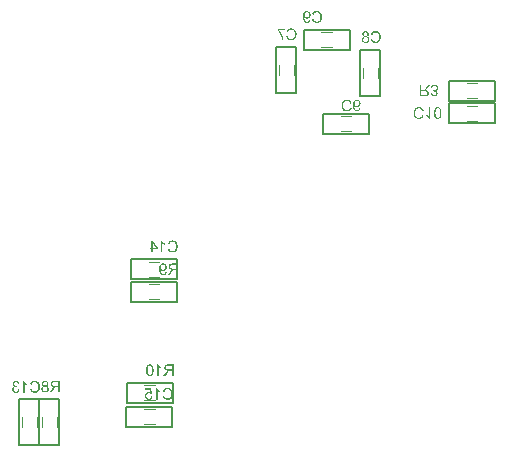
<source format=gbo>
G04*
G04 #@! TF.GenerationSoftware,Altium Limited,Altium Designer,18.1.5 (160)*
G04*
G04 Layer_Color=32896*
%FSTAX24Y24*%
%MOIN*%
G70*
G01*
G75*
%ADD12C,0.0050*%
%ADD16C,0.0040*%
G36*
X023591Y022571D02*
X023597Y022562D01*
X023605Y022553D01*
X023612Y022545D01*
X023618Y022539D01*
X023623Y022533D01*
X023627Y02253D01*
X023627Y022529D01*
X023628Y022529D01*
X023639Y022519D01*
X023651Y022511D01*
X023662Y022503D01*
X023673Y022497D01*
X023682Y022491D01*
X023686Y022489D01*
X02369Y022488D01*
X023692Y022486D01*
X023695Y022485D01*
X023696Y022484D01*
X023696D01*
Y022438D01*
X023688Y022442D01*
X023679Y022446D01*
X023671Y022449D01*
X023664Y022453D01*
X023657Y022457D01*
X023652Y02246D01*
X023648Y022462D01*
X023648Y022463D01*
X023647D01*
X023637Y022468D01*
X023628Y022475D01*
X023621Y02248D01*
X023614Y022485D01*
X023609Y022489D01*
X023605Y022492D01*
X023603Y022495D01*
X023602Y022495D01*
Y022195D01*
X023555D01*
Y022581D01*
X023586D01*
X023591Y022571D01*
D02*
G37*
G36*
X0241Y022195D02*
X024049D01*
Y022365D01*
X023984D01*
X023978Y022365D01*
X023973D01*
X023969Y022364D01*
X023966Y022364D01*
X023964D01*
X023963Y022363D01*
X023962D01*
X023953Y02236D01*
X023946Y022357D01*
X023943Y022355D01*
X023941Y022354D01*
X02394Y022353D01*
X023939Y022353D01*
X023934Y02235D01*
X02393Y022346D01*
X023922Y022337D01*
X023919Y022333D01*
X023916Y02233D01*
X023914Y022327D01*
X023913Y022327D01*
X023908Y022319D01*
X023902Y022311D01*
X023895Y022302D01*
X023889Y022294D01*
X023884Y022286D01*
X02388Y02228D01*
X023879Y022278D01*
X023878Y022276D01*
X023877Y022275D01*
Y022274D01*
X023826Y022195D01*
X023762D01*
X023829Y022299D01*
X023836Y02231D01*
X023844Y02232D01*
X023851Y022329D01*
X023857Y022336D01*
X023862Y022342D01*
X023867Y022347D01*
X02387Y022349D01*
X023871Y02235D01*
X023875Y022354D01*
X02388Y022357D01*
X02389Y022364D01*
X023894Y022366D01*
X023898Y022368D01*
X0239Y022369D01*
X023901Y02237D01*
X023891Y022371D01*
X023882Y022373D01*
X023873Y022375D01*
X023865Y022378D01*
X023858Y022381D01*
X023851Y022384D01*
X023845Y022387D01*
X02384Y02239D01*
X023835Y022393D01*
X023831Y022395D01*
X023827Y022398D01*
X023824Y0224D01*
X023823Y022402D01*
X023821Y022403D01*
X02382Y022405D01*
X023815Y02241D01*
X023811Y022416D01*
X023804Y022427D01*
X023799Y022439D01*
X023796Y02245D01*
X023794Y022459D01*
X023793Y022463D01*
Y022467D01*
X023793Y02247D01*
Y022472D01*
Y022473D01*
Y022474D01*
X023793Y022485D01*
X023795Y022496D01*
X023798Y022506D01*
X023801Y022515D01*
X023804Y022522D01*
X023807Y022527D01*
X023809Y02253D01*
X023809Y022532D01*
X023816Y022541D01*
X023823Y022549D01*
X02383Y022555D01*
X023837Y02256D01*
X023843Y022564D01*
X023847Y022567D01*
X023851Y022568D01*
X023851Y022568D01*
X023852D01*
X023857Y02257D01*
X023863Y022572D01*
X023875Y022574D01*
X023888Y022577D01*
X023901Y022578D01*
X023912Y022578D01*
X023917D01*
X023922Y022579D01*
X0241D01*
Y022195D01*
D02*
G37*
G36*
X023324Y02258D02*
X023338Y022577D01*
X02335Y022574D01*
X02336Y02257D01*
X023368Y022565D01*
X023374Y022561D01*
X023376Y02256D01*
X023378Y022559D01*
X023379Y022558D01*
X023379D01*
X023389Y022549D01*
X023397Y022539D01*
X023404Y022528D01*
X02341Y022518D01*
X023415Y022508D01*
X023417Y022504D01*
X023418Y022501D01*
X023419Y022498D01*
X02342Y022495D01*
X023421Y022494D01*
Y022494D01*
X023423Y022485D01*
X023426Y022477D01*
X023428Y022459D01*
X023431Y022441D01*
X023433Y022423D01*
X023433Y022415D01*
X023434Y022408D01*
Y022401D01*
X023434Y022395D01*
Y022391D01*
Y022387D01*
Y022385D01*
Y022384D01*
X023434Y022365D01*
X023433Y022346D01*
X023431Y02233D01*
X023428Y022314D01*
X023426Y0223D01*
X023423Y022287D01*
X023419Y022275D01*
X023416Y022265D01*
X023412Y022256D01*
X023409Y022248D01*
X023406Y022242D01*
X023403Y022237D01*
X0234Y022233D01*
X023399Y02223D01*
X023397Y022228D01*
X023397Y022227D01*
X02339Y02222D01*
X023384Y022215D01*
X023377Y022209D01*
X023369Y022205D01*
X023362Y022201D01*
X023355Y022198D01*
X023341Y022193D01*
X023334Y022192D01*
X023328Y022191D01*
X023323Y022189D01*
X023318Y022189D01*
X023314Y022188D01*
X023309D01*
X023294Y022189D01*
X02328Y022192D01*
X023269Y022195D01*
X023258Y022199D01*
X023251Y022203D01*
X023244Y022207D01*
X023242Y022209D01*
X023241Y022209D01*
X02324Y02221D01*
X023239D01*
X02323Y02222D01*
X023221Y02223D01*
X023214Y022241D01*
X023208Y022251D01*
X023204Y022261D01*
X023202Y022264D01*
X0232Y022268D01*
X023199Y022271D01*
X023199Y022273D01*
X023198Y022274D01*
Y022275D01*
X023196Y022283D01*
X023193Y022291D01*
X02319Y022309D01*
X023187Y022327D01*
X023186Y022345D01*
X023185Y022353D01*
X023184Y022361D01*
Y022367D01*
X023184Y022373D01*
Y022378D01*
Y022381D01*
Y022384D01*
Y022384D01*
X023184Y022405D01*
Y022413D01*
X023185Y022422D01*
X023186Y02243D01*
X023187Y022438D01*
X023187Y022444D01*
X023188Y022451D01*
X023189Y022456D01*
X02319Y022461D01*
X02319Y022466D01*
X023191Y022468D01*
X023192Y022471D01*
Y022473D01*
X023193Y022474D01*
Y022475D01*
X023196Y022487D01*
X0232Y022498D01*
X023204Y022508D01*
X023208Y022516D01*
X023211Y022523D01*
X023214Y022528D01*
X023216Y022531D01*
X023217Y022532D01*
X023222Y02254D01*
X023229Y022547D01*
X023235Y022554D01*
X023241Y022559D01*
X023247Y022563D01*
X023251Y022566D01*
X023254Y022567D01*
X023255Y022568D01*
X023264Y022572D01*
X023273Y022575D01*
X023283Y022578D01*
X023291Y022579D01*
X023298Y02258D01*
X023304Y022581D01*
X023309D01*
X023324Y02258D01*
D02*
G37*
G36*
X023761Y025946D02*
X023771Y025944D01*
X02378Y025943D01*
X023788Y025941D01*
X023802Y025935D01*
X023809Y025931D01*
X023815Y025929D01*
X023821Y025925D01*
X023825Y025922D01*
X023829Y025919D01*
X023832Y025916D01*
X023835Y025914D01*
X023837Y025912D01*
X023838Y025911D01*
X023839Y02591D01*
X023845Y025903D01*
X02385Y025896D01*
X023854Y025889D01*
X023858Y025881D01*
X023862Y025873D01*
X023864Y025865D01*
X023869Y02585D01*
X02387Y025843D01*
X023871Y025837D01*
X023871Y025831D01*
X023872Y025826D01*
X023873Y025822D01*
Y025819D01*
Y025817D01*
Y025816D01*
X023872Y025806D01*
X023871Y025796D01*
X02387Y025787D01*
X023867Y025778D01*
X023865Y02577D01*
X023862Y025762D01*
X023859Y025755D01*
X023856Y02575D01*
X023853Y025744D01*
X02385Y025739D01*
X023847Y025735D01*
X023845Y025731D01*
X023843Y025728D01*
X023841Y025727D01*
X02384Y025726D01*
X02384Y025725D01*
X023833Y025719D01*
X023827Y025714D01*
X02382Y025709D01*
X023814Y025705D01*
X023807Y025702D01*
X0238Y025699D01*
X023787Y025695D01*
X023776Y025692D01*
X023771Y025692D01*
X023767Y025691D01*
X023764Y02569D01*
X023759D01*
X023749Y025691D01*
X023739Y025693D01*
X02373Y025695D01*
X023722Y025697D01*
X023716Y0257D01*
X023711Y025702D01*
X023708Y025703D01*
X023706Y025704D01*
X023698Y02571D01*
X02369Y025716D01*
X023683Y025722D01*
X023678Y025728D01*
X023673Y025733D01*
X02367Y025737D01*
X023668Y02574D01*
X023667Y025741D01*
Y025737D01*
Y025734D01*
Y025732D01*
Y025731D01*
Y02572D01*
X023668Y02571D01*
X02367Y0257D01*
X023671Y025692D01*
X023672Y025684D01*
X023673Y025678D01*
X023674Y025676D01*
Y025675D01*
X023674Y025674D01*
Y025673D01*
X023677Y025664D01*
X02368Y025655D01*
X023683Y025647D01*
X023685Y025641D01*
X023688Y025635D01*
X02369Y025631D01*
X023691Y025629D01*
X023692Y025628D01*
X023696Y025623D01*
X023701Y025617D01*
X023705Y025613D01*
X023709Y025609D01*
X023713Y025606D01*
X023716Y025604D01*
X023718Y025603D01*
X023719Y025602D01*
X023725Y025599D01*
X023732Y025596D01*
X023738Y025595D01*
X023744Y025593D01*
X023749Y025593D01*
X023753Y025592D01*
X023757D01*
X023766Y025593D01*
X023774Y025595D01*
X023781Y025597D01*
X023787Y025599D01*
X023792Y025602D01*
X023796Y025604D01*
X023798Y025606D01*
X023799Y025606D01*
X023805Y025612D01*
X023809Y02562D01*
X023813Y025627D01*
X023816Y025635D01*
X023818Y025641D01*
X023819Y025647D01*
X02382Y025649D01*
X023821Y025651D01*
Y025652D01*
Y025652D01*
X023866Y025649D01*
X023863Y025633D01*
X023858Y025619D01*
X023853Y025606D01*
X023847Y025596D01*
X023841Y025589D01*
X023836Y025583D01*
X023833Y025579D01*
X023832Y025579D01*
X023832Y025578D01*
X02382Y02557D01*
X023808Y025564D01*
X023796Y025559D01*
X023784Y025556D01*
X023774Y025555D01*
X023769Y025554D01*
X023766D01*
X023762Y025554D01*
X023758D01*
X023743Y025555D01*
X023728Y025557D01*
X023716Y025561D01*
X023705Y025565D01*
X023696Y025569D01*
X023692Y025571D01*
X02369Y025572D01*
X023687Y025574D01*
X023685Y025575D01*
X023684Y025576D01*
X023684D01*
X023673Y025585D01*
X023663Y025596D01*
X023655Y025607D01*
X023648Y025618D01*
X023643Y025627D01*
X023641Y025631D01*
X023639Y025635D01*
X023638Y025638D01*
X023637Y025641D01*
X023636Y025642D01*
Y025642D01*
X023633Y025651D01*
X023631Y02566D01*
X023627Y025679D01*
X023624Y025699D01*
X023622Y025718D01*
X023621Y025727D01*
X02362Y025734D01*
Y025742D01*
X02362Y025748D01*
Y025753D01*
Y025757D01*
Y025759D01*
Y02576D01*
Y025773D01*
X02362Y025785D01*
X023622Y025796D01*
X023622Y025807D01*
X023623Y025816D01*
X023625Y025825D01*
X023626Y025833D01*
X023628Y02584D01*
X02363Y025847D01*
X023631Y025852D01*
X023632Y025857D01*
X023634Y025861D01*
X023635Y025864D01*
X023636Y025866D01*
X023636Y025867D01*
Y025868D01*
X023643Y025881D01*
X02365Y025893D01*
X023659Y025902D01*
X023666Y025911D01*
X023673Y025917D01*
X023678Y025922D01*
X023681Y025923D01*
X023682Y025924D01*
X023683Y025926D01*
X023684D01*
X023695Y025933D01*
X023708Y025937D01*
X023719Y025941D01*
X023729Y025944D01*
X023739Y025945D01*
X023743Y025946D01*
X023746D01*
X023749Y025946D01*
X023752D01*
X023761Y025946D01*
D02*
G37*
G36*
X02424Y02556D02*
X024189D01*
Y025731D01*
X024124D01*
X024118Y02573D01*
X024113D01*
X024109Y02573D01*
X024106Y025729D01*
X024104D01*
X024103Y025728D01*
X024102D01*
X024093Y025726D01*
X024086Y025722D01*
X024083Y02572D01*
X024081Y025719D01*
X02408Y025719D01*
X024079Y025718D01*
X024074Y025715D01*
X02407Y025711D01*
X024062Y025703D01*
X024059Y025699D01*
X024056Y025695D01*
X024054Y025693D01*
X024053Y025692D01*
X024048Y025685D01*
X024042Y025676D01*
X024035Y025668D01*
X024029Y025659D01*
X024024Y025651D01*
X02402Y025645D01*
X024019Y025643D01*
X024018Y025641D01*
X024017Y02564D01*
Y02564D01*
X023966Y02556D01*
X023902D01*
X023969Y025664D01*
X023976Y025675D01*
X023984Y025685D01*
X023991Y025694D01*
X023997Y025702D01*
X024002Y025707D01*
X024007Y025712D01*
X02401Y025714D01*
X024011Y025716D01*
X024015Y025719D01*
X02402Y025723D01*
X02403Y025729D01*
X024034Y025731D01*
X024038Y025733D01*
X02404Y025734D01*
X024041Y025735D01*
X024031Y025737D01*
X024022Y025738D01*
X024013Y025741D01*
X024005Y025744D01*
X023998Y025747D01*
X023991Y02575D01*
X023985Y025752D01*
X02398Y025755D01*
X023975Y025758D01*
X023971Y025761D01*
X023967Y025764D01*
X023964Y025765D01*
X023963Y025768D01*
X023961Y025769D01*
X02396Y02577D01*
X023955Y025775D01*
X023951Y025781D01*
X023944Y025793D01*
X023939Y025804D01*
X023936Y025815D01*
X023934Y025824D01*
X023933Y025829D01*
Y025832D01*
X023933Y025835D01*
Y025837D01*
Y025838D01*
Y025839D01*
X023933Y025851D01*
X023935Y025861D01*
X023938Y025871D01*
X023941Y02588D01*
X023944Y025887D01*
X023947Y025892D01*
X023949Y025896D01*
X023949Y025897D01*
X023956Y025906D01*
X023963Y025914D01*
X02397Y02592D01*
X023977Y025925D01*
X023983Y025929D01*
X023987Y025932D01*
X023991Y025933D01*
X023991Y025934D01*
X023992D01*
X023997Y025936D01*
X024003Y025937D01*
X024015Y02594D01*
X024028Y025942D01*
X024041Y025943D01*
X024052Y025944D01*
X024057D01*
X024062Y025944D01*
X02424D01*
Y02556D01*
D02*
G37*
G36*
X02031Y02165D02*
X020259D01*
Y021821D01*
X020194D01*
X020188Y02182D01*
X020183D01*
X020179Y02182D01*
X020176Y021819D01*
X020174D01*
X020173Y021818D01*
X020172D01*
X020163Y021816D01*
X020156Y021812D01*
X020153Y02181D01*
X020151Y021809D01*
X02015Y021809D01*
X020149Y021808D01*
X020144Y021805D01*
X02014Y021801D01*
X020132Y021793D01*
X020129Y021789D01*
X020126Y021785D01*
X020124Y021783D01*
X020123Y021782D01*
X020118Y021775D01*
X020112Y021766D01*
X020105Y021758D01*
X020099Y021749D01*
X020094Y021741D01*
X02009Y021735D01*
X020089Y021733D01*
X020088Y021731D01*
X020087Y02173D01*
Y02173D01*
X020036Y02165D01*
X019972D01*
X020039Y021754D01*
X020046Y021765D01*
X020054Y021775D01*
X020061Y021784D01*
X020067Y021792D01*
X020072Y021797D01*
X020077Y021802D01*
X02008Y021804D01*
X020081Y021806D01*
X020085Y021809D01*
X02009Y021813D01*
X0201Y021819D01*
X020104Y021821D01*
X020108Y021823D01*
X02011Y021824D01*
X020111Y021825D01*
X020101Y021827D01*
X020092Y021828D01*
X020083Y021831D01*
X020075Y021834D01*
X020068Y021837D01*
X020061Y02184D01*
X020055Y021842D01*
X02005Y021845D01*
X020045Y021848D01*
X020041Y021851D01*
X020037Y021854D01*
X020034Y021855D01*
X020033Y021858D01*
X020031Y021859D01*
X02003Y02186D01*
X020025Y021865D01*
X020021Y021871D01*
X020014Y021883D01*
X020009Y021894D01*
X020006Y021905D01*
X020004Y021914D01*
X020003Y021919D01*
Y021922D01*
X020003Y021925D01*
Y021927D01*
Y021928D01*
Y021929D01*
X020003Y021941D01*
X020005Y021951D01*
X020008Y021961D01*
X020011Y02197D01*
X020014Y021977D01*
X020017Y021982D01*
X020019Y021986D01*
X020019Y021987D01*
X020026Y021996D01*
X020033Y022004D01*
X02004Y02201D01*
X020047Y022015D01*
X020053Y022019D01*
X020057Y022022D01*
X020061Y022023D01*
X020061Y022024D01*
X020062D01*
X020067Y022026D01*
X020073Y022027D01*
X020085Y02203D01*
X020098Y022032D01*
X020111Y022033D01*
X020122Y022034D01*
X020127D01*
X020132Y022034D01*
X02031D01*
Y02165D01*
D02*
G37*
G36*
X019827Y022036D02*
X019836Y022035D01*
X019851Y022031D01*
X019865Y022027D01*
X019877Y022022D01*
X019882Y022019D01*
X019886Y022017D01*
X019889Y022014D01*
X019893Y022012D01*
X019895Y02201D01*
X019897Y022009D01*
X019898Y022008D01*
X019898Y022007D01*
X019903Y022002D01*
X019908Y021996D01*
X019912Y02199D01*
X019915Y021984D01*
X019921Y021972D01*
X019924Y021961D01*
X019926Y021951D01*
X019927Y021947D01*
X019927Y021944D01*
X019928Y021941D01*
Y021938D01*
Y021937D01*
Y021937D01*
X019927Y021927D01*
X019926Y021918D01*
X019923Y02191D01*
X019921Y021903D01*
X019919Y021897D01*
X019916Y021893D01*
X019915Y02189D01*
X019914Y021889D01*
X019908Y021882D01*
X019901Y021876D01*
X019894Y021871D01*
X019886Y021866D01*
X01988Y021864D01*
X019875Y021861D01*
X019871Y021859D01*
X019871Y021859D01*
X01987D01*
X019882Y021855D01*
X019893Y021849D01*
X019903Y021844D01*
X01991Y021838D01*
X019916Y021833D01*
X019921Y021828D01*
X019923Y021825D01*
X019924Y021824D01*
Y021824D01*
X019931Y021814D01*
X019935Y021803D01*
X019939Y021793D01*
X019941Y021783D01*
X019942Y021775D01*
X019943Y021771D01*
Y021768D01*
X019943Y021765D01*
Y021763D01*
Y021762D01*
Y021761D01*
X019943Y021752D01*
X019941Y021743D01*
X01994Y021735D01*
X019938Y021727D01*
X019932Y021713D01*
X019929Y021706D01*
X019926Y0217D01*
X019923Y021695D01*
X01992Y02169D01*
X019917Y021686D01*
X019914Y021683D01*
X019912Y02168D01*
X01991Y021679D01*
X019909Y021677D01*
X019909Y021677D01*
X019902Y021671D01*
X019895Y021666D01*
X019887Y021662D01*
X019879Y021658D01*
X019872Y021655D01*
X019864Y021652D01*
X01985Y021648D01*
X019843Y021646D01*
X019837Y021645D01*
X019831Y021645D01*
X019826Y021644D01*
X019822Y021644D01*
X019817D01*
X019806Y021644D01*
X019796Y021645D01*
X019787Y021646D01*
X019779Y021649D01*
X019771Y021651D01*
X019763Y021654D01*
X019756Y021657D01*
X01975Y021661D01*
X019744Y021663D01*
X019739Y021666D01*
X019735Y021669D01*
X019731Y021672D01*
X019729Y021674D01*
X019727Y021676D01*
X019726Y021676D01*
X019725Y021677D01*
X019719Y021683D01*
X019713Y02169D01*
X019709Y021697D01*
X019705Y021704D01*
X019701Y021711D01*
X019699Y021718D01*
X019694Y021731D01*
X019692Y021742D01*
X019691Y021748D01*
X01969Y021752D01*
X01969Y021755D01*
Y021758D01*
Y021759D01*
Y02176D01*
X01969Y021773D01*
X019693Y021785D01*
X019696Y021795D01*
X019699Y021804D01*
X019703Y021811D01*
X019706Y021817D01*
X019708Y02182D01*
X019709Y021821D01*
X019716Y02183D01*
X019725Y021838D01*
X019734Y021845D01*
X019743Y02185D01*
X01975Y021854D01*
X019757Y021857D01*
X019759Y021858D01*
X019761Y021858D01*
X019762Y021859D01*
X019762D01*
X019752Y021863D01*
X019744Y021868D01*
X019736Y021873D01*
X01973Y021878D01*
X019726Y021882D01*
X019722Y021886D01*
X01972Y021888D01*
X01972Y021889D01*
X019715Y021896D01*
X019712Y021904D01*
X019709Y021912D01*
X019707Y02192D01*
X019706Y021926D01*
X019706Y021931D01*
Y021934D01*
Y021935D01*
X019706Y021943D01*
X019707Y021951D01*
X01971Y021964D01*
X019716Y021976D01*
X019721Y021987D01*
X019727Y021995D01*
X01973Y021999D01*
X019732Y022002D01*
X019734Y022004D01*
X019736Y022006D01*
X019736Y022006D01*
X019737Y022007D01*
X019743Y022012D01*
X019749Y022017D01*
X019755Y02202D01*
X019762Y022024D01*
X019776Y022029D01*
X019789Y022033D01*
X0198Y022034D01*
X019805Y022036D01*
X01981D01*
X019813Y022036D01*
X019818D01*
X019827Y022036D01*
D02*
G37*
G36*
X023556Y021781D02*
X023562Y021772D01*
X023569Y021763D01*
X023576Y021755D01*
X023583Y021749D01*
X023588Y021743D01*
X023592Y02174D01*
X023592Y021739D01*
X023593Y021739D01*
X023604Y021729D01*
X023616Y021721D01*
X023627Y021713D01*
X023638Y021707D01*
X023647Y021701D01*
X023651Y021699D01*
X023655Y021698D01*
X023657Y021696D01*
X023659Y021695D01*
X023661Y021694D01*
X023661D01*
Y021648D01*
X023653Y021652D01*
X023644Y021656D01*
X023636Y021659D01*
X023628Y021663D01*
X023622Y021667D01*
X023617Y02167D01*
X023613Y021672D01*
X023613Y021673D01*
X023612D01*
X023602Y021678D01*
X023593Y021685D01*
X023586Y02169D01*
X023579Y021695D01*
X023574Y021699D01*
X02357Y021702D01*
X023568Y021705D01*
X023567Y021705D01*
Y021405D01*
X02352D01*
Y021791D01*
X023551D01*
X023556Y021781D01*
D02*
G37*
G36*
X023391Y021586D02*
X023346Y02158D01*
X023342Y021585D01*
X023338Y021591D01*
X023333Y021595D01*
X023329Y021599D01*
X023325Y021602D01*
X023321Y021605D01*
X023319Y021606D01*
X023318Y021606D01*
X023311Y02161D01*
X023304Y021613D01*
X023297Y021615D01*
X023291Y021616D01*
X023285Y021617D01*
X023281Y021618D01*
X023277D01*
X023264Y021616D01*
X023252Y021614D01*
X023242Y02161D01*
X023234Y021606D01*
X023226Y021602D01*
X023222Y021598D01*
X023219Y021595D01*
X023218Y021594D01*
X02321Y021585D01*
X023204Y021574D01*
X0232Y021564D01*
X023198Y021554D01*
X023196Y021544D01*
X023195Y02154D01*
Y021537D01*
X023195Y021535D01*
Y021532D01*
Y021531D01*
Y02153D01*
X023196Y021515D01*
X023198Y021502D01*
X023203Y02149D01*
X023207Y02148D01*
X023211Y021473D01*
X023215Y021467D01*
X023217Y021463D01*
X023218Y021463D01*
Y021462D01*
X023223Y021457D01*
X023228Y021454D01*
X023237Y021447D01*
X023247Y021443D01*
X023256Y02144D01*
X023264Y021438D01*
X02327Y021437D01*
X023273Y021437D01*
X023276D01*
X023286Y021437D01*
X023296Y02144D01*
X023304Y021443D01*
X023311Y021446D01*
X023317Y021449D01*
X023321Y021451D01*
X023323Y021454D01*
X023324Y021454D01*
X023331Y021462D01*
X023336Y021471D01*
X023341Y02148D01*
X023344Y021488D01*
X023346Y021496D01*
X023348Y021503D01*
X023349Y021505D01*
X023349Y021507D01*
Y021508D01*
Y021509D01*
X023399Y021505D01*
X023398Y021496D01*
X023396Y021488D01*
X023391Y021473D01*
X023385Y021459D01*
X023379Y021448D01*
X023375Y021443D01*
X023372Y021439D01*
X023369Y021436D01*
X023367Y021433D01*
X023365Y02143D01*
X023363Y021429D01*
X023362Y021428D01*
X023362Y021427D01*
X023355Y021422D01*
X023348Y021418D01*
X023341Y021414D01*
X023334Y021411D01*
X02332Y021405D01*
X023307Y021402D01*
X0233Y021401D01*
X023294Y0214D01*
X023289Y021399D01*
X023285Y021399D01*
X023281Y021398D01*
X023276D01*
X023265Y021399D01*
X023253Y0214D01*
X023243Y021402D01*
X023234Y021405D01*
X023225Y021409D01*
X023216Y021413D01*
X023208Y021417D01*
X023202Y021422D01*
X023195Y021426D01*
X02319Y02143D01*
X023186Y021434D01*
X023182Y021437D01*
X023179Y02144D01*
X023177Y021443D01*
X023176Y021444D01*
X023175Y021444D01*
X02317Y021451D01*
X023165Y021459D01*
X023161Y021467D01*
X023157Y021475D01*
X023152Y021489D01*
X023148Y021504D01*
X023147Y02151D01*
X023146Y021516D01*
X023146Y021521D01*
X023145Y021526D01*
X023145Y021529D01*
Y021532D01*
Y021534D01*
Y021535D01*
X023145Y021544D01*
X023146Y021554D01*
X023148Y021563D01*
X02315Y021572D01*
X023153Y02158D01*
X023156Y021587D01*
X023159Y021594D01*
X023162Y0216D01*
X023166Y021605D01*
X023169Y02161D01*
X023171Y021614D01*
X023174Y021618D01*
X023176Y021621D01*
X023178Y021622D01*
X023179Y021623D01*
X02318Y021624D01*
X023186Y02163D01*
X023193Y021636D01*
X0232Y02164D01*
X023208Y021644D01*
X023215Y021648D01*
X023222Y02165D01*
X023235Y021655D01*
X023241Y021656D01*
X023247Y021657D01*
X023252Y021658D01*
X023256Y021659D01*
X02326Y021659D01*
X023265D01*
X023279Y021658D01*
X023292Y021655D01*
X023304Y021652D01*
X023315Y021647D01*
X023324Y021642D01*
X023328Y02164D01*
X023331Y021639D01*
X023334Y021637D01*
X023335Y021636D01*
X023336Y021635D01*
X023337Y021635D01*
X023316Y021738D01*
X023163D01*
Y021783D01*
X023353D01*
X023391Y021586D01*
D02*
G37*
G36*
X023918Y021794D02*
X023935Y021792D01*
X023951Y021788D01*
X023958Y021786D01*
X023965Y021784D01*
X023971Y021781D01*
X023976Y02178D01*
X023981Y021777D01*
X023985Y021776D01*
X023988Y021774D01*
X02399Y021773D01*
X023992Y021772D01*
X023992D01*
X024007Y021763D01*
X02402Y021752D01*
X024031Y02174D01*
X02404Y021729D01*
X024048Y021719D01*
X024051Y021715D01*
X024053Y021712D01*
X024055Y021708D01*
X024056Y021706D01*
X024057Y021705D01*
Y021704D01*
X024065Y021687D01*
X024071Y021669D01*
X024074Y021652D01*
X024077Y021635D01*
X024078Y021628D01*
X024079Y021621D01*
X024079Y021615D01*
Y021609D01*
X02408Y021605D01*
Y021602D01*
Y0216D01*
Y021599D01*
X024079Y021579D01*
X024077Y02156D01*
X024074Y021543D01*
X024072Y021535D01*
X02407Y021528D01*
X024068Y02152D01*
X024067Y021515D01*
X024065Y021509D01*
X024063Y021505D01*
X024062Y021501D01*
X024061Y021499D01*
X02406Y021497D01*
Y021496D01*
X024052Y02148D01*
X024042Y021465D01*
X024033Y021452D01*
X024023Y021442D01*
X024014Y021434D01*
X024007Y021428D01*
X024005Y021426D01*
X024003Y021425D01*
X024002Y021424D01*
X024001Y021423D01*
X023993Y021419D01*
X023985Y021415D01*
X023969Y021409D01*
X023952Y021405D01*
X023935Y021401D01*
X023928Y021401D01*
X023921Y021399D01*
X023916Y021399D01*
X02391D01*
X023906Y021398D01*
X0239D01*
X023889Y021399D01*
X023878Y021399D01*
X023859Y021403D01*
X02385Y021406D01*
X023841Y021409D01*
X023834Y021412D01*
X023827Y021415D01*
X02382Y021418D01*
X023815Y02142D01*
X02381Y021423D01*
X023806Y021426D01*
X023803Y021428D01*
X0238Y02143D01*
X023799Y02143D01*
X023799Y021431D01*
X023791Y021437D01*
X023784Y021444D01*
X023772Y02146D01*
X023762Y021475D01*
X023754Y021491D01*
X023751Y021498D01*
X023748Y021505D01*
X023746Y021511D01*
X023744Y021516D01*
X023742Y02152D01*
X023741Y021523D01*
X023741Y021526D01*
Y021526D01*
X023792Y021539D01*
X023796Y021522D01*
X023802Y021507D01*
X023809Y021495D01*
X023816Y021484D01*
X023822Y021477D01*
X023827Y021471D01*
X023831Y021467D01*
X023831Y021467D01*
X023832Y021466D01*
X023844Y021458D01*
X023855Y021452D01*
X023868Y021447D01*
X023879Y021444D01*
X023889Y021443D01*
X023893Y021442D01*
X023897D01*
X0239Y021442D01*
X023904D01*
X023917Y021442D01*
X023929Y021444D01*
X02394Y021447D01*
X02395Y02145D01*
X023958Y021454D01*
X023964Y021456D01*
X023967Y021457D01*
X023968Y021458D01*
X023969Y021459D01*
X023969D01*
X02398Y021467D01*
X023989Y021475D01*
X023996Y021484D01*
X024003Y021494D01*
X024007Y021501D01*
X02401Y021508D01*
X024012Y021511D01*
X024013Y021512D01*
X024013Y021513D01*
Y021514D01*
X024018Y021528D01*
X024021Y021543D01*
X024024Y021557D01*
X024026Y021571D01*
X024026Y021577D01*
X024027Y021582D01*
Y021587D01*
X024027Y021591D01*
Y021595D01*
Y021597D01*
Y021599D01*
Y021599D01*
X024027Y021613D01*
X024026Y021627D01*
X024024Y021639D01*
X024021Y02165D01*
X024019Y02166D01*
X024019Y021664D01*
X024017Y021667D01*
X024017Y02167D01*
X024016Y021671D01*
X024016Y021673D01*
Y021673D01*
X02401Y021686D01*
X024004Y021698D01*
X023997Y021707D01*
X02399Y021715D01*
X023984Y021722D01*
X023979Y021726D01*
X023975Y021729D01*
X023975Y02173D01*
X023974D01*
X023962Y021738D01*
X02395Y021743D01*
X023938Y021747D01*
X023926Y021749D01*
X023916Y021751D01*
X023912Y021752D01*
X023907D01*
X023905Y021752D01*
X0239D01*
X023886Y021752D01*
X023874Y021749D01*
X023863Y021746D01*
X023854Y021743D01*
X023847Y021739D01*
X023841Y021736D01*
X023838Y021733D01*
X023837Y021733D01*
X023827Y021725D01*
X02382Y021715D01*
X023813Y021705D01*
X023807Y021695D01*
X023803Y021686D01*
X023802Y021682D01*
X0238Y021678D01*
X023799Y021676D01*
X023798Y021673D01*
X023797Y021672D01*
Y021671D01*
X023747Y021683D01*
X023754Y021702D01*
X023758Y021711D01*
X023762Y021718D01*
X023767Y021726D01*
X023772Y021733D01*
X023776Y021739D01*
X02378Y021745D01*
X023785Y021749D01*
X023789Y021753D01*
X023793Y021757D01*
X023796Y02176D01*
X023799Y021763D01*
X0238Y021764D01*
X023802Y021765D01*
X023802Y021766D01*
X02381Y021771D01*
X023817Y021776D01*
X023826Y02178D01*
X023834Y021783D01*
X02385Y021788D01*
X023865Y021792D01*
X023872Y021793D01*
X023879Y021794D01*
X023885Y021794D01*
X023889Y021795D01*
X023893Y021795D01*
X023899D01*
X023918Y021794D01*
D02*
G37*
G36*
X023716Y026697D02*
X023722Y026687D01*
X023729Y026679D01*
X023736Y02667D01*
X023743Y026664D01*
X023748Y026659D01*
X023752Y026655D01*
X023752Y026655D01*
X023753Y026654D01*
X023764Y026645D01*
X023776Y026636D01*
X023787Y026628D01*
X023798Y026622D01*
X023807Y026617D01*
X023811Y026615D01*
X023815Y026613D01*
X023817Y026611D01*
X023819Y02661D01*
X023821Y02661D01*
X023821D01*
Y026563D01*
X023813Y026567D01*
X023804Y026571D01*
X023796Y026574D01*
X023788Y026579D01*
X023782Y026582D01*
X023777Y026585D01*
X023773Y026587D01*
X023773Y026588D01*
X023772D01*
X023762Y026594D01*
X023753Y0266D01*
X023746Y026605D01*
X023739Y026611D01*
X023734Y026615D01*
X02373Y026618D01*
X023728Y02662D01*
X023727Y026621D01*
Y02632D01*
X02368D01*
Y026706D01*
X023711D01*
X023716Y026697D01*
D02*
G37*
G36*
X024078Y02671D02*
X024095Y026707D01*
X024111Y026703D01*
X024118Y026701D01*
X024125Y026699D01*
X024131Y026697D01*
X024136Y026695D01*
X024141Y026693D01*
X024145Y026691D01*
X024148Y02669D01*
X024151Y026689D01*
X024152Y026687D01*
X024152D01*
X024167Y026678D01*
X02418Y026667D01*
X024191Y026656D01*
X0242Y026645D01*
X024208Y026635D01*
X024211Y026631D01*
X024213Y026627D01*
X024215Y026624D01*
X024216Y026621D01*
X024217Y02662D01*
Y02662D01*
X024225Y026603D01*
X024231Y026584D01*
X024234Y026567D01*
X024237Y02655D01*
X024238Y026543D01*
X024239Y026536D01*
X024239Y02653D01*
Y026525D01*
X02424Y026521D01*
Y026518D01*
Y026515D01*
Y026515D01*
X024239Y026494D01*
X024237Y026476D01*
X024234Y026458D01*
X024232Y02645D01*
X02423Y026443D01*
X024228Y026436D01*
X024227Y02643D01*
X024225Y026425D01*
X024223Y02642D01*
X024222Y026417D01*
X024221Y026414D01*
X02422Y026412D01*
Y026412D01*
X024212Y026395D01*
X024202Y02638D01*
X024193Y026367D01*
X024183Y026357D01*
X024174Y026349D01*
X024167Y026343D01*
X024165Y026342D01*
X024163Y02634D01*
X024162Y026339D01*
X024161Y026339D01*
X024153Y026334D01*
X024145Y026331D01*
X024129Y026324D01*
X024112Y02632D01*
X024095Y026316D01*
X024088Y026316D01*
X024081Y026315D01*
X024076Y026314D01*
X02407D01*
X024066Y026314D01*
X02406D01*
X024049Y026314D01*
X024038Y026315D01*
X024019Y026319D01*
X02401Y026321D01*
X024001Y026324D01*
X023994Y026327D01*
X023987Y02633D01*
X02398Y026333D01*
X023975Y026336D01*
X02397Y026339D01*
X023966Y026341D01*
X023963Y026343D01*
X02396Y026345D01*
X023959Y026346D01*
X023959Y026346D01*
X023951Y026353D01*
X023944Y02636D01*
X023932Y026375D01*
X023922Y026391D01*
X023914Y026407D01*
X023911Y026414D01*
X023908Y02642D01*
X023906Y026426D01*
X023904Y026431D01*
X023902Y026436D01*
X023901Y026439D01*
X023901Y026441D01*
Y026442D01*
X023952Y026455D01*
X023956Y026438D01*
X023962Y026422D01*
X023969Y02641D01*
X023976Y0264D01*
X023982Y026392D01*
X023987Y026386D01*
X023991Y026383D01*
X023991Y026382D01*
X023992Y026381D01*
X024004Y026373D01*
X024015Y026367D01*
X024028Y026363D01*
X024039Y02636D01*
X024049Y026358D01*
X024053Y026357D01*
X024057D01*
X02406Y026357D01*
X024064D01*
X024077Y026357D01*
X024089Y02636D01*
X0241Y026363D01*
X02411Y026366D01*
X024118Y026369D01*
X024124Y026371D01*
X024127Y026373D01*
X024128Y026374D01*
X024129Y026374D01*
X024129D01*
X02414Y026382D01*
X024149Y026391D01*
X024156Y0264D01*
X024163Y026409D01*
X024167Y026417D01*
X02417Y026424D01*
X024172Y026426D01*
X024173Y026428D01*
X024173Y026429D01*
Y026429D01*
X024178Y026443D01*
X024181Y026458D01*
X024184Y026473D01*
X024186Y026486D01*
X024186Y026492D01*
X024187Y026497D01*
Y026503D01*
X024187Y026507D01*
Y02651D01*
Y026512D01*
Y026514D01*
Y026515D01*
X024187Y026529D01*
X024186Y026542D01*
X024184Y026555D01*
X024181Y026566D01*
X024179Y026575D01*
X024179Y026579D01*
X024177Y026582D01*
X024177Y026585D01*
X024176Y026587D01*
X024176Y026588D01*
Y026589D01*
X02417Y026601D01*
X024164Y026613D01*
X024157Y026622D01*
X024151Y026631D01*
X024144Y026637D01*
X024139Y026642D01*
X024135Y026645D01*
X024135Y026646D01*
X024134D01*
X024122Y026653D01*
X02411Y026658D01*
X024098Y026662D01*
X024086Y026665D01*
X024076Y026666D01*
X024072Y026667D01*
X024067D01*
X024065Y026667D01*
X02406D01*
X024046Y026667D01*
X024034Y026665D01*
X024023Y026662D01*
X024014Y026658D01*
X024007Y026654D01*
X024001Y026651D01*
X023998Y026649D01*
X023997Y026648D01*
X023987Y02664D01*
X02398Y026631D01*
X023973Y02662D01*
X023967Y02661D01*
X023963Y026601D01*
X023962Y026597D01*
X02396Y026594D01*
X023959Y026591D01*
X023958Y026589D01*
X023957Y026587D01*
Y026587D01*
X023907Y026598D01*
X023914Y026617D01*
X023918Y026626D01*
X023922Y026634D01*
X023927Y026641D01*
X023932Y026648D01*
X023936Y026654D01*
X02394Y02666D01*
X023945Y026665D01*
X023949Y026669D01*
X023953Y026673D01*
X023956Y026676D01*
X023959Y026678D01*
X02396Y02668D01*
X023962Y02668D01*
X023962Y026681D01*
X02397Y026686D01*
X023977Y026691D01*
X023986Y026695D01*
X023994Y026698D01*
X02401Y026704D01*
X024025Y026707D01*
X024032Y026708D01*
X024039Y026709D01*
X024045Y02671D01*
X024049Y02671D01*
X024053Y026711D01*
X024059D01*
X024078Y02671D01*
D02*
G37*
G36*
X023575Y026455D02*
Y026412D01*
X023408D01*
Y02632D01*
X023361D01*
Y026412D01*
X023309D01*
Y026455D01*
X023361D01*
Y026704D01*
X023399D01*
X023575Y026455D01*
D02*
G37*
G36*
X018865Y022025D02*
X01888Y022022D01*
X018893Y022018D01*
X018904Y022013D01*
X018913Y022008D01*
X018916Y022006D01*
X018919Y022004D01*
X018922Y022002D01*
X018924Y022001D01*
X018925Y022D01*
X018925Y022D01*
X018936Y021989D01*
X018944Y021978D01*
X018951Y021965D01*
X018956Y021954D01*
X01896Y021943D01*
X018961Y021938D01*
X018962Y021934D01*
X018963Y021931D01*
X018963Y021929D01*
X018964Y021927D01*
Y021927D01*
X018916Y021918D01*
X018914Y021931D01*
X018911Y021941D01*
X018907Y02195D01*
X018903Y021957D01*
X018899Y021963D01*
X018897Y021967D01*
X018894Y021969D01*
X018894Y02197D01*
X018886Y021976D01*
X018878Y02198D01*
X018871Y021983D01*
X018863Y021985D01*
X018857Y021986D01*
X018852Y021987D01*
X018847D01*
X018837Y021987D01*
X018829Y021985D01*
X018821Y021982D01*
X018815Y021979D01*
X018809Y021976D01*
X018805Y021973D01*
X018803Y021971D01*
X018802Y02197D01*
X018796Y021964D01*
X018792Y021956D01*
X018789Y021949D01*
X018787Y021942D01*
X018786Y021936D01*
X018785Y021931D01*
Y021928D01*
Y021928D01*
Y021927D01*
X018786Y021916D01*
X018789Y021906D01*
X018792Y021897D01*
X018797Y021891D01*
X018802Y021886D01*
X018805Y021882D01*
X018808Y021879D01*
X018809Y021879D01*
X018819Y021873D01*
X018828Y02187D01*
X018837Y021867D01*
X018845Y021865D01*
X018853Y021864D01*
X018858Y021863D01*
X018866D01*
X018868Y021864D01*
X018871D01*
X018876Y021823D01*
X018869Y021824D01*
X018863Y021825D01*
X018857Y021826D01*
X018852Y021827D01*
X018848Y021827D01*
X018843D01*
X018831Y021826D01*
X018821Y021824D01*
X018812Y021821D01*
X018804Y021817D01*
X018798Y021813D01*
X018793Y02181D01*
X018791Y021807D01*
X018789Y021806D01*
X018782Y021798D01*
X018777Y021789D01*
X018773Y02178D01*
X018771Y021772D01*
X018769Y021764D01*
X018768Y021758D01*
X018768Y021756D01*
Y021754D01*
Y021753D01*
Y021753D01*
X018769Y021741D01*
X018771Y02173D01*
X018775Y02172D01*
X018779Y021711D01*
X018784Y021704D01*
X018787Y0217D01*
X018789Y021697D01*
X018791Y021696D01*
X018799Y021688D01*
X018809Y021682D01*
X018818Y021679D01*
X018827Y021676D01*
X018835Y021674D01*
X018841Y021673D01*
X018843Y021673D01*
X018847D01*
X018857Y021673D01*
X018866Y021676D01*
X018874Y021679D01*
X018881Y021682D01*
X018887Y021685D01*
X018891Y021687D01*
X018893Y02169D01*
X018894Y02169D01*
X018901Y021698D01*
X018906Y021707D01*
X018911Y021717D01*
X018915Y021726D01*
X018918Y021735D01*
X018919Y021742D01*
X018921Y021744D01*
Y021746D01*
X018921Y021748D01*
Y021748D01*
X018968Y021742D01*
X018967Y021733D01*
X018966Y021725D01*
X01896Y02171D01*
X018954Y021696D01*
X018947Y021684D01*
X018944Y02168D01*
X018941Y021676D01*
X018938Y021672D01*
X018936Y021669D01*
X018933Y021666D01*
X018932Y021665D01*
X018931Y021664D01*
X01893Y021663D01*
X018924Y021658D01*
X018917Y021653D01*
X018911Y021649D01*
X018904Y021646D01*
X018889Y021641D01*
X018876Y021637D01*
X01887Y021636D01*
X018864Y021635D01*
X01886Y021635D01*
X018855Y021634D01*
X018851Y021634D01*
X018847D01*
X018837Y021634D01*
X018827Y021635D01*
X018818Y021636D01*
X018809Y021639D01*
X018801Y021642D01*
X018793Y021645D01*
X018786Y021648D01*
X01878Y021651D01*
X018774Y021654D01*
X018769Y021657D01*
X018764Y02166D01*
X018761Y021663D01*
X018758Y021665D01*
X018756Y021666D01*
X018755Y021667D01*
X018754Y021668D01*
X018748Y021675D01*
X018742Y021682D01*
X018737Y021689D01*
X018733Y021696D01*
X018729Y021703D01*
X018726Y021711D01*
X018722Y021724D01*
X01872Y02173D01*
X018719Y021736D01*
X018719Y021741D01*
X018718Y021745D01*
X018718Y021749D01*
Y021751D01*
Y021753D01*
Y021753D01*
X018718Y021767D01*
X01872Y021779D01*
X018723Y02179D01*
X018727Y021799D01*
X018731Y021806D01*
X018734Y021811D01*
X018736Y021814D01*
X018737Y021816D01*
X018744Y021824D01*
X018753Y021831D01*
X018762Y021837D01*
X01877Y021841D01*
X018778Y021845D01*
X018784Y021847D01*
X018786Y021848D01*
X018788D01*
X018789Y021848D01*
X018789D01*
X01878Y021853D01*
X018772Y021859D01*
X018765Y021864D01*
X01876Y021869D01*
X018756Y021874D01*
X018752Y021878D01*
X01875Y02188D01*
X01875Y021881D01*
X018745Y021889D01*
X018742Y021897D01*
X01874Y021904D01*
X018738Y021911D01*
X018737Y021917D01*
X018736Y021922D01*
Y021925D01*
Y021926D01*
X018737Y021936D01*
X018739Y021945D01*
X018741Y021953D01*
X018743Y021961D01*
X018746Y021966D01*
X018748Y021971D01*
X01875Y021974D01*
X01875Y021975D01*
X018756Y021983D01*
X018763Y021991D01*
X01877Y021997D01*
X018776Y022003D01*
X018782Y022007D01*
X018787Y02201D01*
X01879Y022011D01*
X018791Y022012D01*
X018791D01*
X018801Y022017D01*
X018811Y02202D01*
X018821Y022023D01*
X01883Y022024D01*
X018837Y022026D01*
X018843Y022026D01*
X018857D01*
X018865Y022025D01*
D02*
G37*
G36*
X019126Y022017D02*
X019132Y022007D01*
X019139Y021999D01*
X019146Y02199D01*
X019153Y021984D01*
X019158Y021979D01*
X019162Y021975D01*
X019162Y021975D01*
X019163Y021974D01*
X019174Y021965D01*
X019186Y021956D01*
X019197Y021948D01*
X019208Y021942D01*
X019217Y021937D01*
X019221Y021935D01*
X019225Y021933D01*
X019227Y021931D01*
X019229Y02193D01*
X019231Y02193D01*
X019231D01*
Y021883D01*
X019223Y021887D01*
X019214Y021891D01*
X019206Y021894D01*
X019198Y021899D01*
X019192Y021902D01*
X019187Y021905D01*
X019183Y021907D01*
X019183Y021908D01*
X019182D01*
X019172Y021914D01*
X019163Y02192D01*
X019156Y021925D01*
X019149Y021931D01*
X019144Y021935D01*
X01914Y021938D01*
X019138Y02194D01*
X019137Y021941D01*
Y02164D01*
X01909D01*
Y022026D01*
X019121D01*
X019126Y022017D01*
D02*
G37*
G36*
X019488Y02203D02*
X019506Y022027D01*
X019521Y022023D01*
X019528Y022021D01*
X019535Y022019D01*
X019541Y022017D01*
X019546Y022015D01*
X019551Y022013D01*
X019555Y022011D01*
X019558Y02201D01*
X019561Y022009D01*
X019562Y022007D01*
X019562D01*
X019577Y021998D01*
X01959Y021987D01*
X019601Y021976D01*
X01961Y021965D01*
X019618Y021955D01*
X019621Y021951D01*
X019623Y021947D01*
X019625Y021944D01*
X019626Y021941D01*
X019627Y02194D01*
Y02194D01*
X019635Y021923D01*
X019641Y021904D01*
X019644Y021887D01*
X019647Y02187D01*
X019648Y021863D01*
X019649Y021856D01*
X019649Y02185D01*
Y021845D01*
X01965Y021841D01*
Y021838D01*
Y021835D01*
Y021835D01*
X019649Y021814D01*
X019647Y021796D01*
X019644Y021778D01*
X019642Y02177D01*
X01964Y021763D01*
X019638Y021756D01*
X019637Y02175D01*
X019635Y021745D01*
X019633Y02174D01*
X019632Y021737D01*
X019631Y021734D01*
X01963Y021732D01*
Y021732D01*
X019622Y021715D01*
X019612Y0217D01*
X019603Y021687D01*
X019593Y021677D01*
X019584Y021669D01*
X019577Y021663D01*
X019575Y021662D01*
X019573Y02166D01*
X019572Y021659D01*
X019571Y021659D01*
X019563Y021654D01*
X019555Y021651D01*
X019539Y021644D01*
X019522Y02164D01*
X019506Y021636D01*
X019498Y021636D01*
X019491Y021635D01*
X019486Y021634D01*
X01948D01*
X019476Y021634D01*
X01947D01*
X019459Y021634D01*
X019448Y021635D01*
X019429Y021639D01*
X01942Y021641D01*
X019411Y021644D01*
X019404Y021647D01*
X019397Y02165D01*
X01939Y021653D01*
X019385Y021656D01*
X01938Y021659D01*
X019376Y021661D01*
X019373Y021663D01*
X01937Y021665D01*
X019369Y021666D01*
X019369Y021666D01*
X019361Y021673D01*
X019354Y02168D01*
X019342Y021695D01*
X019332Y021711D01*
X019324Y021727D01*
X019321Y021734D01*
X019318Y02174D01*
X019316Y021746D01*
X019314Y021751D01*
X019312Y021756D01*
X019311Y021759D01*
X019311Y021761D01*
Y021762D01*
X019362Y021775D01*
X019366Y021758D01*
X019372Y021742D01*
X019379Y02173D01*
X019386Y02172D01*
X019392Y021712D01*
X019397Y021706D01*
X019401Y021703D01*
X019401Y021702D01*
X019402Y021701D01*
X019414Y021693D01*
X019425Y021687D01*
X019438Y021683D01*
X019449Y02168D01*
X019459Y021678D01*
X019463Y021677D01*
X019467D01*
X01947Y021677D01*
X019474D01*
X019487Y021677D01*
X019499Y02168D01*
X01951Y021683D01*
X01952Y021686D01*
X019528Y021689D01*
X019534Y021691D01*
X019537Y021693D01*
X019538Y021694D01*
X019539Y021694D01*
X019539D01*
X01955Y021702D01*
X019559Y021711D01*
X019566Y02172D01*
X019573Y021729D01*
X019577Y021737D01*
X01958Y021744D01*
X019582Y021746D01*
X019583Y021748D01*
X019583Y021749D01*
Y021749D01*
X019588Y021763D01*
X019591Y021778D01*
X019594Y021793D01*
X019596Y021806D01*
X019596Y021812D01*
X019597Y021817D01*
Y021823D01*
X019597Y021827D01*
Y02183D01*
Y021832D01*
Y021834D01*
Y021835D01*
X019597Y021849D01*
X019596Y021862D01*
X019594Y021875D01*
X019591Y021886D01*
X019589Y021895D01*
X019589Y021899D01*
X019587Y021902D01*
X019587Y021905D01*
X019586Y021907D01*
X019586Y021908D01*
Y021909D01*
X01958Y021921D01*
X019574Y021933D01*
X019567Y021942D01*
X019561Y021951D01*
X019554Y021957D01*
X019549Y021962D01*
X019545Y021965D01*
X019545Y021966D01*
X019544D01*
X019532Y021973D01*
X01952Y021978D01*
X019508Y021982D01*
X019496Y021985D01*
X019486Y021986D01*
X019482Y021987D01*
X019477D01*
X019475Y021987D01*
X01947D01*
X019456Y021987D01*
X019444Y021985D01*
X019433Y021982D01*
X019424Y021978D01*
X019417Y021974D01*
X019411Y021971D01*
X019408Y021969D01*
X019407Y021968D01*
X019397Y02196D01*
X01939Y021951D01*
X019383Y02194D01*
X019377Y02193D01*
X019373Y021921D01*
X019372Y021917D01*
X01937Y021914D01*
X019369Y021911D01*
X019368Y021909D01*
X019367Y021907D01*
Y021907D01*
X019317Y021918D01*
X019324Y021937D01*
X019328Y021946D01*
X019332Y021954D01*
X019337Y021961D01*
X019342Y021968D01*
X019346Y021974D01*
X01935Y02198D01*
X019355Y021985D01*
X019359Y021989D01*
X019363Y021993D01*
X019366Y021996D01*
X019369Y021998D01*
X01937Y022D01*
X019372Y022D01*
X019372Y022001D01*
X01938Y022006D01*
X019387Y022011D01*
X019396Y022015D01*
X019404Y022018D01*
X01942Y022024D01*
X019435Y022027D01*
X019442Y022028D01*
X019449Y022029D01*
X019455Y02203D01*
X019459Y02203D01*
X019463Y022031D01*
X019469D01*
X019488Y02203D01*
D02*
G37*
G36*
X032571Y031796D02*
X032564Y031785D01*
X032556Y031775D01*
X032549Y031766D01*
X032543Y031758D01*
X032538Y031753D01*
X032533Y031748D01*
X03253Y031746D01*
X032529Y031744D01*
X032525Y031741D01*
X03252Y031737D01*
X03251Y031731D01*
X032506Y031729D01*
X032502Y031727D01*
X0325Y031726D01*
X032499Y031725D01*
X032509Y031723D01*
X032518Y031722D01*
X032527Y031719D01*
X032535Y031716D01*
X032542Y031713D01*
X032549Y03171D01*
X032555Y031708D01*
X03256Y031705D01*
X032565Y031702D01*
X032569Y031699D01*
X032573Y031696D01*
X032576Y031695D01*
X032577Y031692D01*
X032579Y031691D01*
X03258Y03169D01*
X032585Y031685D01*
X032589Y031679D01*
X032596Y031667D01*
X032601Y031656D01*
X032604Y031645D01*
X032606Y031636D01*
X032607Y031631D01*
Y031628D01*
X032607Y031625D01*
Y031623D01*
Y031622D01*
Y031621D01*
X032607Y031609D01*
X032605Y031599D01*
X032602Y031589D01*
X032599Y03158D01*
X032596Y031573D01*
X032593Y031568D01*
X032591Y031564D01*
X032591Y031563D01*
X032584Y031554D01*
X032577Y031546D01*
X03257Y03154D01*
X032563Y031535D01*
X032557Y031531D01*
X032553Y031528D01*
X032549Y031527D01*
X032549Y031526D01*
X032548D01*
X032543Y031524D01*
X032537Y031523D01*
X032525Y03152D01*
X032512Y031518D01*
X032499Y031517D01*
X032488Y031516D01*
X032483D01*
X032478Y031516D01*
X0323D01*
Y0319D01*
X032351D01*
Y031729D01*
X032416D01*
X032422Y03173D01*
X032427D01*
X032431Y03173D01*
X032434Y031731D01*
X032436D01*
X032437Y031732D01*
X032438D01*
X032447Y031734D01*
X032454Y031738D01*
X032457Y03174D01*
X032459Y031741D01*
X03246Y031741D01*
X032461Y031742D01*
X032466Y031745D01*
X03247Y031749D01*
X032478Y031757D01*
X032481Y031761D01*
X032484Y031765D01*
X032486Y031767D01*
X032487Y031768D01*
X032492Y031775D01*
X032498Y031784D01*
X032505Y031792D01*
X032511Y031801D01*
X032516Y031809D01*
X03252Y031815D01*
X032521Y031817D01*
X032522Y031819D01*
X032523Y03182D01*
Y03182D01*
X032574Y0319D01*
X032638D01*
X032571Y031796D01*
D02*
G37*
G36*
X0328Y031906D02*
X03281Y031905D01*
X032819Y031904D01*
X032828Y031901D01*
X032836Y031898D01*
X032843Y031895D01*
X03285Y031892D01*
X032857Y031889D01*
X032862Y031886D01*
X032867Y031883D01*
X032872Y03188D01*
X032876Y031877D01*
X032879Y031875D01*
X03288Y031874D01*
X032881Y031873D01*
X032882Y031872D01*
X032889Y031865D01*
X032894Y031858D01*
X032899Y031851D01*
X032903Y031844D01*
X032907Y031837D01*
X03291Y031829D01*
X032914Y031816D01*
X032916Y03181D01*
X032917Y031804D01*
X032918Y031799D01*
X032918Y031795D01*
X032919Y031791D01*
Y031789D01*
Y031787D01*
Y031787D01*
X032918Y031773D01*
X032916Y031761D01*
X032913Y03175D01*
X03291Y031741D01*
X032905Y031734D01*
X032903Y031729D01*
X0329Y031726D01*
X0329Y031725D01*
X032892Y031716D01*
X032883Y031709D01*
X032874Y031703D01*
X032866Y031699D01*
X032859Y031695D01*
X032853Y031693D01*
X03285Y031692D01*
X032849D01*
X032848Y031692D01*
X032847D01*
X032856Y031687D01*
X032865Y031681D01*
X032871Y031676D01*
X032877Y031671D01*
X032881Y031666D01*
X032884Y031662D01*
X032886Y03166D01*
X032887Y031659D01*
X032891Y031651D01*
X032894Y031643D01*
X032897Y031636D01*
X032898Y031629D01*
X0329Y031623D01*
X0329Y031618D01*
Y031615D01*
Y031614D01*
X0329Y031604D01*
X032898Y031595D01*
X032896Y031587D01*
X032893Y031579D01*
X032891Y031574D01*
X032889Y031569D01*
X032887Y031566D01*
X032886Y031565D01*
X03288Y031557D01*
X032874Y031549D01*
X032867Y031543D01*
X03286Y031537D01*
X032855Y031533D01*
X03285Y03153D01*
X032846Y031529D01*
X032846Y031528D01*
X032845D01*
X032835Y031523D01*
X032825Y03152D01*
X032815Y031517D01*
X032807Y031516D01*
X032799Y031514D01*
X032793Y031514D01*
X03278D01*
X032772Y031515D01*
X032757Y031518D01*
X032743Y031522D01*
X032732Y031527D01*
X032724Y031532D01*
X03272Y031534D01*
X032717Y031536D01*
X032714Y031538D01*
X032712Y031539D01*
X032712Y03154D01*
X032711Y03154D01*
X032701Y031551D01*
X032693Y031562D01*
X032686Y031575D01*
X032681Y031586D01*
X032677Y031597D01*
X032676Y031602D01*
X032674Y031606D01*
X032674Y031609D01*
X032673Y031611D01*
X032673Y031613D01*
Y031613D01*
X03272Y031622D01*
X032722Y031609D01*
X032726Y031599D01*
X032729Y03159D01*
X032733Y031583D01*
X032737Y031577D01*
X03274Y031573D01*
X032742Y031571D01*
X032743Y03157D01*
X03275Y031564D01*
X032758Y03156D01*
X032766Y031557D01*
X032773Y031555D01*
X032779Y031554D01*
X032784Y031553D01*
X032789D01*
X032799Y031553D01*
X032808Y031555D01*
X032815Y031558D01*
X032822Y031561D01*
X032827Y031564D01*
X032831Y031567D01*
X032834Y031569D01*
X032834Y03157D01*
X03284Y031576D01*
X032844Y031584D01*
X032848Y031591D01*
X032849Y031598D01*
X03285Y031604D01*
X032852Y031609D01*
Y031612D01*
Y031612D01*
Y031613D01*
X03285Y031624D01*
X032848Y031634D01*
X032844Y031643D01*
X032839Y031649D01*
X032835Y031654D01*
X032831Y031658D01*
X032828Y031661D01*
X032827Y031661D01*
X032818Y031667D01*
X032808Y03167D01*
X0328Y031673D01*
X032791Y031675D01*
X032784Y031676D01*
X032779Y031677D01*
X032771D01*
X032769Y031676D01*
X032766D01*
X03276Y031717D01*
X032767Y031716D01*
X032774Y031715D01*
X03278Y031714D01*
X032784Y031713D01*
X032788Y031713D01*
X032794D01*
X032805Y031714D01*
X032815Y031716D01*
X032825Y031719D01*
X032832Y031723D01*
X032839Y031727D01*
X032843Y03173D01*
X032846Y031733D01*
X032847Y031734D01*
X032854Y031742D01*
X032859Y031751D01*
X032863Y03176D01*
X032866Y031768D01*
X032867Y031776D01*
X032868Y031782D01*
X032869Y031784D01*
Y031786D01*
Y031787D01*
Y031787D01*
X032867Y031799D01*
X032865Y031811D01*
X032862Y03182D01*
X032858Y031829D01*
X032853Y031836D01*
X032849Y03184D01*
X032847Y031843D01*
X032846Y031844D01*
X032837Y031852D01*
X032828Y031858D01*
X032818Y031861D01*
X032809Y031864D01*
X032801Y031866D01*
X032796Y031867D01*
X032793Y031867D01*
X03279D01*
X03278Y031867D01*
X03277Y031864D01*
X032762Y031861D01*
X032756Y031858D01*
X03275Y031855D01*
X032746Y031853D01*
X032743Y03185D01*
X032742Y03185D01*
X032736Y031842D01*
X03273Y031833D01*
X032725Y031823D01*
X032722Y031814D01*
X032719Y031805D01*
X032717Y031798D01*
X032716Y031796D01*
Y031794D01*
X032715Y031792D01*
Y031792D01*
X032668Y031798D01*
X032669Y031807D01*
X032671Y031815D01*
X032676Y03183D01*
X032682Y031844D01*
X032689Y031856D01*
X032692Y03186D01*
X032695Y031864D01*
X032698Y031868D01*
X032701Y031871D01*
X032703Y031874D01*
X032705Y031875D01*
X032705Y031876D01*
X032706Y031877D01*
X032712Y031882D01*
X032719Y031887D01*
X032726Y031891D01*
X032733Y031894D01*
X032747Y031899D01*
X03276Y031903D01*
X032766Y031904D01*
X032772Y031905D01*
X032777Y031905D01*
X032781Y031906D01*
X032785Y031906D01*
X03279D01*
X0328Y031906D01*
D02*
G37*
G36*
X032291Y031156D02*
X032302Y031155D01*
X032321Y031151D01*
X03233Y031149D01*
X032339Y031146D01*
X032346Y031143D01*
X032353Y03114D01*
X03236Y031137D01*
X032365Y031134D01*
X03237Y031131D01*
X032374Y031129D01*
X032377Y031127D01*
X03238Y031125D01*
X032381Y031124D01*
X032381Y031124D01*
X032389Y031117D01*
X032396Y03111D01*
X032408Y031095D01*
X032418Y031079D01*
X032426Y031063D01*
X032429Y031056D01*
X032432Y03105D01*
X032434Y031044D01*
X032436Y031039D01*
X032438Y031034D01*
X032439Y031031D01*
X032439Y031029D01*
Y031028D01*
X032388Y031015D01*
X032384Y031032D01*
X032378Y031048D01*
X032371Y03106D01*
X032364Y03107D01*
X032358Y031078D01*
X032353Y031084D01*
X032349Y031087D01*
X032349Y031088D01*
X032348Y031089D01*
X032336Y031097D01*
X032325Y031103D01*
X032312Y031107D01*
X032301Y03111D01*
X032291Y031112D01*
X032287Y031113D01*
X032283D01*
X03228Y031113D01*
X032276D01*
X032263Y031113D01*
X032251Y03111D01*
X03224Y031107D01*
X03223Y031104D01*
X032222Y031101D01*
X032216Y031099D01*
X032213Y031097D01*
X032212Y031096D01*
X032211Y031096D01*
X032211D01*
X0322Y031088D01*
X032191Y031079D01*
X032184Y03107D01*
X032177Y031061D01*
X032173Y031053D01*
X03217Y031046D01*
X032168Y031044D01*
X032167Y031042D01*
X032167Y031041D01*
Y031041D01*
X032162Y031027D01*
X032159Y031012D01*
X032156Y030997D01*
X032154Y030984D01*
X032154Y030978D01*
X032153Y030973D01*
Y030967D01*
X032153Y030963D01*
Y03096D01*
Y030958D01*
Y030956D01*
Y030955D01*
X032153Y030941D01*
X032154Y030928D01*
X032156Y030915D01*
X032159Y030904D01*
X032161Y030895D01*
X032161Y030891D01*
X032163Y030888D01*
X032163Y030885D01*
X032164Y030883D01*
X032164Y030882D01*
Y030881D01*
X03217Y030869D01*
X032176Y030857D01*
X032183Y030848D01*
X03219Y030839D01*
X032196Y030833D01*
X032201Y030828D01*
X032205Y030825D01*
X032205Y030824D01*
X032206D01*
X032218Y030817D01*
X03223Y030812D01*
X032242Y030808D01*
X032254Y030805D01*
X032264Y030804D01*
X032268Y030803D01*
X032273D01*
X032276Y030803D01*
X03228D01*
X032294Y030803D01*
X032306Y030805D01*
X032317Y030808D01*
X032326Y030812D01*
X032333Y030816D01*
X032339Y030819D01*
X032342Y030821D01*
X032343Y030822D01*
X032353Y03083D01*
X03236Y030839D01*
X032367Y03085D01*
X032373Y03086D01*
X032377Y030869D01*
X032378Y030873D01*
X03238Y030876D01*
X032381Y030879D01*
X032382Y030881D01*
X032383Y030883D01*
Y030883D01*
X032433Y030872D01*
X032426Y030853D01*
X032422Y030844D01*
X032418Y030836D01*
X032413Y030829D01*
X032408Y030822D01*
X032404Y030816D01*
X0324Y03081D01*
X032395Y030805D01*
X032391Y030801D01*
X032387Y030797D01*
X032384Y030794D01*
X032381Y030792D01*
X03238Y03079D01*
X032378Y03079D01*
X032378Y030789D01*
X03237Y030784D01*
X032363Y030779D01*
X032354Y030775D01*
X032346Y030772D01*
X03233Y030766D01*
X032315Y030763D01*
X032308Y030762D01*
X032301Y030761D01*
X032295Y03076D01*
X032291Y03076D01*
X032287Y030759D01*
X032281D01*
X032262Y03076D01*
X032245Y030763D01*
X032229Y030767D01*
X032222Y030769D01*
X032215Y030771D01*
X032209Y030773D01*
X032204Y030775D01*
X032199Y030777D01*
X032195Y030779D01*
X032192Y03078D01*
X03219Y030781D01*
X032188Y030783D01*
X032188D01*
X032173Y030792D01*
X03216Y030803D01*
X032149Y030814D01*
X03214Y030825D01*
X032132Y030835D01*
X032129Y030839D01*
X032127Y030843D01*
X032125Y030846D01*
X032124Y030849D01*
X032123Y03085D01*
Y03085D01*
X032115Y030867D01*
X032109Y030886D01*
X032106Y030903D01*
X032103Y03092D01*
X032102Y030927D01*
X032101Y030934D01*
X032101Y03094D01*
Y030945D01*
X0321Y030949D01*
Y030952D01*
Y030955D01*
Y030955D01*
X032101Y030976D01*
X032103Y030994D01*
X032106Y031012D01*
X032108Y03102D01*
X03211Y031027D01*
X032112Y031034D01*
X032113Y03104D01*
X032115Y031045D01*
X032117Y03105D01*
X032118Y031053D01*
X032119Y031056D01*
X03212Y031058D01*
Y031058D01*
X032128Y031075D01*
X032138Y03109D01*
X032147Y031103D01*
X032157Y031113D01*
X032166Y031121D01*
X032173Y031127D01*
X032175Y031128D01*
X032177Y03113D01*
X032178Y031131D01*
X032179Y031131D01*
X032187Y031136D01*
X032195Y031139D01*
X032211Y031146D01*
X032228Y03115D01*
X032245Y031154D01*
X032252Y031154D01*
X032259Y031155D01*
X032264Y031156D01*
X03227D01*
X032274Y031156D01*
X03228D01*
X032291Y031156D01*
D02*
G37*
G36*
X03266Y030764D02*
X032629D01*
X032624Y030773D01*
X032618Y030783D01*
X032611Y030791D01*
X032604Y0308D01*
X032597Y030806D01*
X032592Y030811D01*
X032588Y030815D01*
X032588Y030815D01*
X032587Y030816D01*
X032576Y030825D01*
X032564Y030834D01*
X032553Y030842D01*
X032542Y030848D01*
X032533Y030853D01*
X032529Y030855D01*
X032525Y030857D01*
X032523Y030859D01*
X032521Y03086D01*
X032519Y03086D01*
X032519D01*
Y030907D01*
X032527Y030903D01*
X032536Y030899D01*
X032544Y030896D01*
X032552Y030891D01*
X032558Y030888D01*
X032563Y030885D01*
X032567Y030883D01*
X032567Y030882D01*
X032568D01*
X032578Y030876D01*
X032587Y03087D01*
X032594Y030865D01*
X032601Y030859D01*
X032606Y030855D01*
X03261Y030852D01*
X032612Y03085D01*
X032613Y030849D01*
Y03115D01*
X03266D01*
Y030764D01*
D02*
G37*
G36*
X032921Y031155D02*
X032935Y031153D01*
X032946Y031149D01*
X032957Y031145D01*
X032965Y031141D01*
X032971Y031138D01*
X032973Y031136D01*
X032975Y031135D01*
X032975Y031134D01*
X032976D01*
X032986Y031125D01*
X032994Y031114D01*
X033001Y031104D01*
X033007Y031093D01*
X033011Y031084D01*
X033013Y03108D01*
X033015Y031077D01*
X033016Y031074D01*
X033017Y031072D01*
X033017Y03107D01*
Y03107D01*
X03302Y031062D01*
X033022Y031053D01*
X033025Y031035D01*
X033028Y031017D01*
X03303Y031D01*
X03303Y030991D01*
X033031Y030984D01*
Y030977D01*
X033031Y030972D01*
Y030967D01*
Y030963D01*
Y030961D01*
Y03096D01*
X033031Y03094D01*
Y030931D01*
X03303Y030922D01*
X03303Y030914D01*
X033028Y030907D01*
X033028Y0309D01*
X033027Y030894D01*
X033026Y030889D01*
X033025Y030883D01*
X033025Y030879D01*
X033024Y030876D01*
X033023Y030873D01*
Y030872D01*
X033023Y03087D01*
Y03087D01*
X033019Y030858D01*
X033015Y030846D01*
X033011Y030836D01*
X033007Y030828D01*
X033004Y030822D01*
X033001Y030817D01*
X032999Y030814D01*
X032999Y030812D01*
X032993Y030804D01*
X032986Y030797D01*
X03298Y030791D01*
X032974Y030786D01*
X032968Y030782D01*
X032964Y030779D01*
X032961Y030777D01*
X03296Y030777D01*
X032951Y030773D01*
X032942Y030769D01*
X032932Y030767D01*
X032924Y030766D01*
X032917Y030764D01*
X032911Y030764D01*
X032906D01*
X032891Y030765D01*
X032877Y030767D01*
X032865Y030771D01*
X032855Y030775D01*
X032847Y03078D01*
X032841Y030783D01*
X032839Y030784D01*
X032837Y030786D01*
X032837Y030787D01*
X032836D01*
X032826Y030796D01*
X032818Y030806D01*
X032811Y030817D01*
X032805Y030827D01*
X0328Y030836D01*
X032798Y030841D01*
X032797Y030844D01*
X032796Y030847D01*
X032795Y030849D01*
X032794Y03085D01*
Y030851D01*
X032792Y030859D01*
X03279Y030867D01*
X032787Y030886D01*
X032784Y030904D01*
X032783Y030921D01*
X032782Y030929D01*
X032782Y030937D01*
Y030943D01*
X032781Y030949D01*
Y030954D01*
Y030958D01*
Y03096D01*
Y03096D01*
X032782Y03098D01*
X032783Y030998D01*
X032784Y031015D01*
X032787Y031031D01*
X03279Y031045D01*
X032793Y031058D01*
X032796Y031069D01*
X0328Y031079D01*
X032803Y031089D01*
X032807Y031096D01*
X03281Y031103D01*
X032813Y031108D01*
X032815Y031112D01*
X032817Y031115D01*
X032818Y031117D01*
X032818Y031117D01*
X032825Y031124D01*
X032831Y03113D01*
X032838Y031135D01*
X032846Y03114D01*
X032853Y031144D01*
X032861Y031147D01*
X032875Y031152D01*
X032881Y031153D01*
X032887Y031154D01*
X032892Y031155D01*
X032897Y031156D01*
X032901Y031156D01*
X032906D01*
X032921Y031155D01*
D02*
G37*
G36*
X028556Y034356D02*
X028566Y034354D01*
X028574Y034353D01*
X028583Y034351D01*
X028597Y034345D01*
X028604Y034341D01*
X028609Y034339D01*
X028615Y034335D01*
X02862Y034332D01*
X028624Y034329D01*
X028627Y034326D01*
X02863Y034324D01*
X028632Y034322D01*
X028633Y034321D01*
X028633Y03432D01*
X028639Y034313D01*
X028645Y034306D01*
X028649Y034299D01*
X028653Y034291D01*
X028656Y034283D01*
X028659Y034275D01*
X028663Y03426D01*
X028664Y034253D01*
X028666Y034247D01*
X028666Y034241D01*
X028667Y034236D01*
X028667Y034232D01*
Y034229D01*
Y034227D01*
Y034226D01*
X028667Y034216D01*
X028666Y034206D01*
X028664Y034197D01*
X028662Y034188D01*
X02866Y03418D01*
X028657Y034172D01*
X028654Y034165D01*
X028651Y03416D01*
X028648Y034154D01*
X028645Y034149D01*
X028642Y034145D01*
X02864Y034141D01*
X028638Y034138D01*
X028636Y034137D01*
X028635Y034136D01*
X028635Y034135D01*
X028628Y034129D01*
X028622Y034124D01*
X028615Y034119D01*
X028608Y034115D01*
X028601Y034112D01*
X028595Y034109D01*
X028582Y034105D01*
X028571Y034102D01*
X028566Y034102D01*
X028562Y034101D01*
X028559Y0341D01*
X028554D01*
X028543Y034101D01*
X028533Y034103D01*
X028525Y034105D01*
X028517Y034107D01*
X028511Y03411D01*
X028505Y034112D01*
X028502Y034113D01*
X028501Y034114D01*
X028492Y03412D01*
X028485Y034126D01*
X028478Y034132D01*
X028473Y034138D01*
X028468Y034143D01*
X028465Y034147D01*
X028463Y03415D01*
X028462Y034151D01*
Y034147D01*
Y034144D01*
Y034142D01*
Y034141D01*
Y03413D01*
X028463Y03412D01*
X028464Y03411D01*
X028466Y034102D01*
X028467Y034094D01*
X028468Y034088D01*
X028469Y034086D01*
Y034085D01*
X028469Y034084D01*
Y034083D01*
X028472Y034074D01*
X028475Y034065D01*
X028478Y034057D01*
X02848Y034051D01*
X028483Y034045D01*
X028485Y034041D01*
X028486Y034039D01*
X028487Y034038D01*
X028491Y034033D01*
X028495Y034027D01*
X0285Y034023D01*
X028504Y034019D01*
X028508Y034016D01*
X028511Y034014D01*
X028513Y034013D01*
X028514Y034012D01*
X02852Y034009D01*
X028526Y034006D01*
X028533Y034005D01*
X028539Y034003D01*
X028544Y034003D01*
X028548Y034002D01*
X028552D01*
X028561Y034003D01*
X028569Y034005D01*
X028576Y034007D01*
X028582Y034009D01*
X028587Y034012D01*
X028591Y034014D01*
X028593Y034016D01*
X028594Y034016D01*
X0286Y034022D01*
X028604Y03403D01*
X028608Y034037D01*
X028611Y034045D01*
X028613Y034051D01*
X028614Y034057D01*
X028615Y03406D01*
X028615Y034061D01*
Y034062D01*
Y034062D01*
X02866Y034059D01*
X028657Y034043D01*
X028653Y034028D01*
X028648Y034016D01*
X028642Y034006D01*
X028636Y033999D01*
X028631Y033993D01*
X028628Y033989D01*
X028627Y033989D01*
X028626Y033988D01*
X028615Y03398D01*
X028603Y033974D01*
X028591Y033969D01*
X028579Y033966D01*
X028569Y033965D01*
X028564Y033964D01*
X02856D01*
X028557Y033964D01*
X028553D01*
X028538Y033965D01*
X028523Y033967D01*
X028511Y033971D01*
X0285Y033975D01*
X028491Y033979D01*
X028487Y033981D01*
X028484Y033982D01*
X028481Y033984D01*
X02848Y033985D01*
X028479Y033986D01*
X028478D01*
X028467Y033995D01*
X028458Y034006D01*
X02845Y034017D01*
X028443Y034028D01*
X028438Y034037D01*
X028436Y034041D01*
X028434Y034045D01*
X028433Y034048D01*
X028432Y034051D01*
X028431Y034052D01*
Y034052D01*
X028428Y034061D01*
X028426Y03407D01*
X028422Y034089D01*
X028419Y034109D01*
X028416Y034128D01*
X028416Y034137D01*
X028415Y034144D01*
Y034152D01*
X028415Y034158D01*
Y034163D01*
Y034167D01*
Y034169D01*
Y03417D01*
Y034183D01*
X028415Y034195D01*
X028416Y034206D01*
X028417Y034217D01*
X028418Y034226D01*
X02842Y034235D01*
X028421Y034243D01*
X028423Y03425D01*
X028425Y034257D01*
X028426Y034262D01*
X028427Y034267D01*
X028429Y034271D01*
X028429Y034274D01*
X02843Y034276D01*
X028431Y034277D01*
Y034278D01*
X028438Y034291D01*
X028445Y034303D01*
X028453Y034312D01*
X028461Y034321D01*
X028468Y034327D01*
X028473Y034332D01*
X028476Y034333D01*
X028477Y034334D01*
X028478Y034336D01*
X028478D01*
X02849Y034343D01*
X028502Y034347D01*
X028514Y034351D01*
X028524Y034354D01*
X028533Y034355D01*
X028538Y034356D01*
X02854D01*
X028543Y034356D01*
X028547D01*
X028556Y034356D01*
D02*
G37*
G36*
X028888Y03436D02*
X028905Y034357D01*
X028921Y034353D01*
X028928Y034351D01*
X028935Y034349D01*
X028941Y034347D01*
X028946Y034345D01*
X028951Y034343D01*
X028955Y034341D01*
X028958Y03434D01*
X02896Y034339D01*
X028962Y034337D01*
X028962D01*
X028977Y034328D01*
X02899Y034317D01*
X029001Y034306D01*
X02901Y034295D01*
X029018Y034285D01*
X029021Y034281D01*
X029023Y034277D01*
X029025Y034274D01*
X029026Y034271D01*
X029027Y03427D01*
Y03427D01*
X029035Y034253D01*
X029041Y034234D01*
X029044Y034217D01*
X029047Y0342D01*
X029048Y034193D01*
X029049Y034186D01*
X029049Y03418D01*
Y034175D01*
X02905Y034171D01*
Y034168D01*
Y034165D01*
Y034165D01*
X029049Y034144D01*
X029047Y034126D01*
X029044Y034108D01*
X029042Y0341D01*
X02904Y034093D01*
X029038Y034086D01*
X029037Y03408D01*
X029035Y034075D01*
X029033Y03407D01*
X029032Y034067D01*
X029031Y034064D01*
X02903Y034062D01*
Y034062D01*
X029022Y034045D01*
X029012Y03403D01*
X029003Y034017D01*
X028993Y034007D01*
X028984Y033999D01*
X028977Y033993D01*
X028975Y033992D01*
X028973Y03399D01*
X028972Y033989D01*
X028971Y033989D01*
X028963Y033984D01*
X028955Y033981D01*
X028939Y033974D01*
X028922Y03397D01*
X028905Y033966D01*
X028898Y033966D01*
X028891Y033965D01*
X028886Y033964D01*
X02888D01*
X028876Y033964D01*
X02887D01*
X028859Y033964D01*
X028848Y033965D01*
X028829Y033969D01*
X02882Y033971D01*
X028811Y033974D01*
X028804Y033977D01*
X028797Y03398D01*
X02879Y033983D01*
X028785Y033986D01*
X02878Y033989D01*
X028776Y033991D01*
X028773Y033993D01*
X02877Y033995D01*
X028769Y033996D01*
X028769Y033996D01*
X028761Y034003D01*
X028754Y03401D01*
X028742Y034025D01*
X028732Y034041D01*
X028724Y034057D01*
X028721Y034064D01*
X028718Y03407D01*
X028716Y034076D01*
X028714Y034081D01*
X028712Y034086D01*
X028711Y034089D01*
X028711Y034091D01*
Y034092D01*
X028762Y034105D01*
X028766Y034088D01*
X028772Y034072D01*
X028779Y03406D01*
X028786Y03405D01*
X028792Y034042D01*
X028797Y034036D01*
X028801Y034033D01*
X028801Y034032D01*
X028802Y034031D01*
X028814Y034023D01*
X028825Y034017D01*
X028838Y034013D01*
X028849Y03401D01*
X028859Y034008D01*
X028863Y034007D01*
X028867D01*
X02887Y034007D01*
X028874D01*
X028887Y034007D01*
X028899Y03401D01*
X02891Y034013D01*
X02892Y034016D01*
X028928Y034019D01*
X028934Y034021D01*
X028937Y034023D01*
X028938Y034024D01*
X028939Y034024D01*
X028939D01*
X02895Y034032D01*
X028959Y034041D01*
X028966Y03405D01*
X028973Y034059D01*
X028977Y034067D01*
X02898Y034074D01*
X028982Y034076D01*
X028983Y034078D01*
X028983Y034079D01*
Y034079D01*
X028988Y034093D01*
X028991Y034108D01*
X028994Y034123D01*
X028996Y034136D01*
X028996Y034142D01*
X028997Y034147D01*
Y034153D01*
X028997Y034157D01*
Y03416D01*
Y034162D01*
Y034164D01*
Y034165D01*
X028997Y034179D01*
X028996Y034192D01*
X028994Y034205D01*
X028991Y034216D01*
X028989Y034225D01*
X028989Y034229D01*
X028987Y034232D01*
X028987Y034235D01*
X028986Y034237D01*
X028986Y034238D01*
Y034239D01*
X02898Y034251D01*
X028974Y034263D01*
X028967Y034272D01*
X02896Y034281D01*
X028954Y034287D01*
X028949Y034292D01*
X028945Y034295D01*
X028945Y034296D01*
X028944D01*
X028932Y034303D01*
X02892Y034308D01*
X028908Y034312D01*
X028896Y034315D01*
X028886Y034316D01*
X028882Y034317D01*
X028877D01*
X028874Y034317D01*
X02887D01*
X028856Y034317D01*
X028844Y034315D01*
X028833Y034312D01*
X028824Y034308D01*
X028817Y034304D01*
X028811Y034301D01*
X028808Y034299D01*
X028807Y034298D01*
X028797Y03429D01*
X02879Y034281D01*
X028783Y03427D01*
X028777Y03426D01*
X028773Y034251D01*
X028772Y034247D01*
X02877Y034244D01*
X028769Y034241D01*
X028768Y034239D01*
X028767Y034237D01*
Y034237D01*
X028717Y034248D01*
X028724Y034267D01*
X028728Y034276D01*
X028732Y034284D01*
X028737Y034291D01*
X028742Y034298D01*
X028746Y034304D01*
X02875Y03431D01*
X028755Y034315D01*
X028759Y034319D01*
X028763Y034323D01*
X028766Y034326D01*
X028769Y034328D01*
X02877Y03433D01*
X028772Y03433D01*
X028772Y034331D01*
X02878Y034336D01*
X028787Y034341D01*
X028796Y034345D01*
X028804Y034348D01*
X02882Y034354D01*
X028835Y034357D01*
X028842Y034358D01*
X028849Y034359D01*
X028855Y03436D01*
X028859Y03436D01*
X028863Y034361D01*
X028869D01*
X028888Y03436D01*
D02*
G37*
G36*
X030848Y03369D02*
X030865Y033687D01*
X030881Y033683D01*
X030888Y033681D01*
X030895Y033679D01*
X030901Y033677D01*
X030906Y033675D01*
X030911Y033673D01*
X030915Y033671D01*
X030918Y03367D01*
X030921Y033669D01*
X030922Y033667D01*
X030922D01*
X030937Y033658D01*
X03095Y033647D01*
X030961Y033636D01*
X03097Y033625D01*
X030978Y033615D01*
X030981Y033611D01*
X030983Y033607D01*
X030985Y033604D01*
X030986Y033601D01*
X030987Y0336D01*
Y0336D01*
X030995Y033583D01*
X031001Y033564D01*
X031004Y033547D01*
X031007Y03353D01*
X031008Y033523D01*
X031009Y033516D01*
X031009Y03351D01*
Y033505D01*
X03101Y033501D01*
Y033498D01*
Y033495D01*
Y033495D01*
X031009Y033474D01*
X031007Y033456D01*
X031004Y033438D01*
X031002Y03343D01*
X031Y033423D01*
X030998Y033416D01*
X030997Y03341D01*
X030995Y033405D01*
X030993Y0334D01*
X030992Y033397D01*
X030991Y033394D01*
X03099Y033392D01*
Y033392D01*
X030982Y033375D01*
X030972Y03336D01*
X030963Y033347D01*
X030953Y033337D01*
X030944Y033329D01*
X030937Y033323D01*
X030935Y033322D01*
X030933Y03332D01*
X030932Y033319D01*
X030931Y033319D01*
X030923Y033314D01*
X030915Y033311D01*
X030899Y033304D01*
X030882Y0333D01*
X030865Y033296D01*
X030858Y033296D01*
X030851Y033295D01*
X030846Y033294D01*
X03084D01*
X030836Y033294D01*
X03083D01*
X030819Y033294D01*
X030808Y033295D01*
X030789Y033299D01*
X03078Y033301D01*
X030771Y033304D01*
X030764Y033307D01*
X030757Y03331D01*
X03075Y033313D01*
X030745Y033316D01*
X03074Y033319D01*
X030736Y033321D01*
X030733Y033323D01*
X03073Y033325D01*
X030729Y033326D01*
X030729Y033326D01*
X030721Y033333D01*
X030714Y03334D01*
X030702Y033355D01*
X030692Y033371D01*
X030684Y033387D01*
X030681Y033394D01*
X030678Y0334D01*
X030676Y033406D01*
X030674Y033411D01*
X030672Y033416D01*
X030671Y033419D01*
X030671Y033421D01*
Y033422D01*
X030722Y033435D01*
X030726Y033418D01*
X030732Y033402D01*
X030739Y03339D01*
X030746Y03338D01*
X030752Y033372D01*
X030757Y033366D01*
X030761Y033363D01*
X030761Y033362D01*
X030762Y033361D01*
X030774Y033353D01*
X030785Y033347D01*
X030798Y033343D01*
X030809Y03334D01*
X030819Y033338D01*
X030823Y033337D01*
X030827D01*
X03083Y033337D01*
X030834D01*
X030847Y033337D01*
X030859Y03334D01*
X03087Y033343D01*
X03088Y033346D01*
X030888Y033349D01*
X030894Y033351D01*
X030897Y033353D01*
X030898Y033354D01*
X030899Y033354D01*
X030899D01*
X03091Y033362D01*
X030919Y033371D01*
X030926Y03338D01*
X030933Y033389D01*
X030937Y033397D01*
X03094Y033404D01*
X030942Y033406D01*
X030943Y033408D01*
X030943Y033409D01*
Y033409D01*
X030948Y033423D01*
X030951Y033438D01*
X030954Y033453D01*
X030956Y033466D01*
X030956Y033472D01*
X030957Y033477D01*
Y033483D01*
X030957Y033487D01*
Y03349D01*
Y033492D01*
Y033494D01*
Y033495D01*
X030957Y033509D01*
X030956Y033522D01*
X030954Y033535D01*
X030951Y033546D01*
X030949Y033555D01*
X030949Y033559D01*
X030947Y033562D01*
X030947Y033565D01*
X030946Y033567D01*
X030946Y033568D01*
Y033569D01*
X03094Y033581D01*
X030934Y033593D01*
X030927Y033602D01*
X030921Y033611D01*
X030914Y033617D01*
X030909Y033622D01*
X030905Y033625D01*
X030905Y033626D01*
X030904D01*
X030892Y033633D01*
X03088Y033638D01*
X030868Y033642D01*
X030856Y033645D01*
X030846Y033646D01*
X030842Y033647D01*
X030837D01*
X030835Y033647D01*
X03083D01*
X030816Y033647D01*
X030804Y033645D01*
X030793Y033642D01*
X030784Y033638D01*
X030777Y033634D01*
X030771Y033631D01*
X030768Y033629D01*
X030767Y033628D01*
X030757Y03362D01*
X03075Y033611D01*
X030743Y0336D01*
X030737Y03359D01*
X030733Y033581D01*
X030732Y033577D01*
X03073Y033574D01*
X030729Y033571D01*
X030728Y033569D01*
X030727Y033567D01*
Y033567D01*
X030677Y033578D01*
X030684Y033597D01*
X030688Y033606D01*
X030692Y033614D01*
X030697Y033621D01*
X030702Y033628D01*
X030706Y033634D01*
X03071Y03364D01*
X030715Y033645D01*
X030719Y033649D01*
X030723Y033653D01*
X030726Y033656D01*
X030729Y033658D01*
X03073Y03366D01*
X030732Y03366D01*
X030732Y033661D01*
X03074Y033666D01*
X030747Y033671D01*
X030756Y033675D01*
X030764Y033678D01*
X03078Y033684D01*
X030795Y033687D01*
X030802Y033688D01*
X030809Y033689D01*
X030815Y03369D01*
X030819Y03369D01*
X030823Y033691D01*
X030829D01*
X030848Y03369D01*
D02*
G37*
G36*
X030512Y033686D02*
X03052Y033685D01*
X030536Y033681D01*
X03055Y033677D01*
X030561Y033672D01*
X030567Y033669D01*
X030571Y033667D01*
X030574Y033664D01*
X030578Y033662D01*
X03058Y03366D01*
X030582Y033659D01*
X030582Y033658D01*
X030583Y033657D01*
X030588Y033652D01*
X030593Y033646D01*
X030597Y03364D01*
X0306Y033634D01*
X030606Y033622D01*
X030609Y033611D01*
X030611Y033601D01*
X030612Y033597D01*
X030612Y033594D01*
X030613Y033591D01*
Y033588D01*
Y033587D01*
Y033587D01*
X030612Y033577D01*
X03061Y033568D01*
X030608Y03356D01*
X030606Y033553D01*
X030603Y033547D01*
X030601Y033543D01*
X030599Y03354D01*
X030599Y033539D01*
X030593Y033532D01*
X030586Y033526D01*
X030579Y033521D01*
X030571Y033516D01*
X030565Y033514D01*
X03056Y033511D01*
X030556Y033509D01*
X030555Y033509D01*
X030555D01*
X030567Y033505D01*
X030578Y033499D01*
X030588Y033494D01*
X030595Y033488D01*
X030601Y033483D01*
X030606Y033478D01*
X030608Y033475D01*
X030609Y033474D01*
Y033474D01*
X030616Y033464D01*
X03062Y033453D01*
X030623Y033443D01*
X030626Y033433D01*
X030627Y033425D01*
X030627Y033421D01*
Y033418D01*
X030628Y033415D01*
Y033413D01*
Y033412D01*
Y033411D01*
X030627Y033402D01*
X030626Y033393D01*
X030625Y033385D01*
X030623Y033377D01*
X030617Y033363D01*
X030614Y033356D01*
X03061Y03335D01*
X030608Y033345D01*
X030605Y03334D01*
X030602Y033336D01*
X030599Y033333D01*
X030596Y03333D01*
X030595Y033329D01*
X030594Y033327D01*
X030593Y033327D01*
X030586Y033321D01*
X030579Y033316D01*
X030572Y033312D01*
X030564Y033308D01*
X030557Y033305D01*
X030549Y033302D01*
X030534Y033298D01*
X030527Y033296D01*
X030522Y033295D01*
X030516Y033295D01*
X030511Y033294D01*
X030507Y033294D01*
X030502D01*
X030491Y033294D01*
X030481Y033295D01*
X030472Y033296D01*
X030464Y033299D01*
X030455Y033301D01*
X030448Y033304D01*
X030441Y033307D01*
X030434Y033311D01*
X030429Y033313D01*
X030424Y033316D01*
X03042Y033319D01*
X030416Y033322D01*
X030413Y033324D01*
X030412Y033326D01*
X03041Y033326D01*
X03041Y033327D01*
X030403Y033333D01*
X030398Y03334D01*
X030393Y033347D01*
X030389Y033354D01*
X030386Y033361D01*
X030383Y033368D01*
X030379Y033381D01*
X030376Y033392D01*
X030376Y033398D01*
X030375Y033402D01*
X030375Y033405D01*
Y033408D01*
Y033409D01*
Y03341D01*
X030375Y033423D01*
X030378Y033435D01*
X030381Y033445D01*
X030384Y033454D01*
X030388Y033461D01*
X03039Y033467D01*
X030393Y03347D01*
X030393Y033471D01*
X030401Y03348D01*
X03041Y033488D01*
X030419Y033495D01*
X030427Y0335D01*
X030435Y033504D01*
X030441Y033507D01*
X030444Y033508D01*
X030445Y033508D01*
X030447Y033509D01*
X030447D01*
X030437Y033513D01*
X030429Y033518D01*
X030421Y033523D01*
X030415Y033528D01*
X03041Y033532D01*
X030407Y033536D01*
X030405Y033538D01*
X030405Y033539D01*
X0304Y033546D01*
X030396Y033554D01*
X030394Y033562D01*
X030392Y03357D01*
X030391Y033576D01*
X03039Y033581D01*
Y033584D01*
Y033585D01*
X030391Y033593D01*
X030392Y033601D01*
X030395Y033614D01*
X0304Y033626D01*
X030406Y033637D01*
X030412Y033645D01*
X030414Y033649D01*
X030417Y033652D01*
X030419Y033654D01*
X03042Y033656D01*
X030421Y033656D01*
X030421Y033657D01*
X030427Y033662D01*
X030434Y033667D01*
X03044Y03367D01*
X030447Y033674D01*
X030461Y033679D01*
X030474Y033683D01*
X030485Y033684D01*
X03049Y033686D01*
X030495D01*
X030498Y033686D01*
X030503D01*
X030512Y033686D01*
D02*
G37*
G36*
X028038Y03378D02*
X028056Y033777D01*
X028071Y033773D01*
X028078Y033771D01*
X028085Y033769D01*
X028091Y033767D01*
X028096Y033765D01*
X028101Y033763D01*
X028105Y033761D01*
X028108Y03376D01*
X02811Y033759D01*
X028112Y033757D01*
X028112D01*
X028127Y033748D01*
X02814Y033737D01*
X028151Y033726D01*
X02816Y033715D01*
X028168Y033705D01*
X028171Y033701D01*
X028173Y033697D01*
X028175Y033694D01*
X028176Y033691D01*
X028177Y03369D01*
Y03369D01*
X028185Y033673D01*
X028191Y033654D01*
X028194Y033637D01*
X028197Y03362D01*
X028198Y033613D01*
X028199Y033606D01*
X028199Y0336D01*
Y033595D01*
X0282Y033591D01*
Y033588D01*
Y033585D01*
Y033585D01*
X028199Y033564D01*
X028197Y033546D01*
X028194Y033528D01*
X028192Y03352D01*
X02819Y033513D01*
X028188Y033506D01*
X028187Y0335D01*
X028185Y033495D01*
X028183Y03349D01*
X028182Y033487D01*
X028181Y033484D01*
X02818Y033482D01*
Y033482D01*
X028172Y033465D01*
X028162Y03345D01*
X028153Y033437D01*
X028143Y033427D01*
X028134Y033419D01*
X028127Y033413D01*
X028125Y033412D01*
X028123Y03341D01*
X028122Y033409D01*
X028121Y033409D01*
X028113Y033404D01*
X028105Y033401D01*
X028089Y033394D01*
X028072Y03339D01*
X028056Y033386D01*
X028048Y033386D01*
X028041Y033385D01*
X028036Y033384D01*
X02803D01*
X028026Y033384D01*
X02802D01*
X028009Y033384D01*
X027998Y033385D01*
X027979Y033389D01*
X02797Y033391D01*
X027961Y033394D01*
X027954Y033397D01*
X027947Y0334D01*
X02794Y033403D01*
X027935Y033406D01*
X02793Y033409D01*
X027926Y033411D01*
X027923Y033413D01*
X02792Y033415D01*
X027919Y033416D01*
X027919Y033416D01*
X027911Y033423D01*
X027904Y03343D01*
X027892Y033445D01*
X027882Y033461D01*
X027874Y033477D01*
X027871Y033484D01*
X027868Y03349D01*
X027866Y033496D01*
X027864Y033501D01*
X027862Y033506D01*
X027861Y033509D01*
X027861Y033511D01*
Y033512D01*
X027912Y033525D01*
X027916Y033508D01*
X027922Y033492D01*
X027929Y03348D01*
X027936Y03347D01*
X027942Y033462D01*
X027947Y033456D01*
X027951Y033453D01*
X027951Y033452D01*
X027952Y033451D01*
X027964Y033443D01*
X027975Y033437D01*
X027988Y033433D01*
X027999Y03343D01*
X028009Y033428D01*
X028013Y033427D01*
X028017D01*
X02802Y033427D01*
X028024D01*
X028037Y033427D01*
X028049Y03343D01*
X02806Y033433D01*
X02807Y033436D01*
X028078Y033439D01*
X028084Y033441D01*
X028087Y033443D01*
X028088Y033444D01*
X028089Y033444D01*
X028089D01*
X0281Y033452D01*
X028109Y033461D01*
X028116Y03347D01*
X028123Y033479D01*
X028127Y033487D01*
X02813Y033494D01*
X028132Y033496D01*
X028133Y033498D01*
X028133Y033499D01*
Y033499D01*
X028138Y033513D01*
X028142Y033528D01*
X028144Y033543D01*
X028146Y033556D01*
X028146Y033562D01*
X028147Y033567D01*
Y033573D01*
X028147Y033577D01*
Y03358D01*
Y033582D01*
Y033584D01*
Y033585D01*
X028147Y033599D01*
X028146Y033612D01*
X028144Y033625D01*
X028142Y033636D01*
X028139Y033645D01*
X028139Y033649D01*
X028137Y033652D01*
X028137Y033655D01*
X028136Y033657D01*
X028136Y033658D01*
Y033659D01*
X02813Y033671D01*
X028124Y033683D01*
X028117Y033692D01*
X02811Y033701D01*
X028104Y033707D01*
X028099Y033712D01*
X028095Y033715D01*
X028095Y033716D01*
X028094D01*
X028082Y033723D01*
X02807Y033728D01*
X028058Y033732D01*
X028046Y033735D01*
X028036Y033736D01*
X028032Y033737D01*
X028027D01*
X028024Y033737D01*
X02802D01*
X028006Y033737D01*
X027994Y033735D01*
X027983Y033732D01*
X027974Y033728D01*
X027967Y033724D01*
X027961Y033721D01*
X027958Y033719D01*
X027957Y033718D01*
X027947Y03371D01*
X02794Y033701D01*
X027933Y03369D01*
X027927Y03368D01*
X027923Y033671D01*
X027922Y033667D01*
X02792Y033664D01*
X027919Y033661D01*
X027918Y033659D01*
X027917Y033657D01*
Y033657D01*
X027867Y033668D01*
X027874Y033687D01*
X027878Y033696D01*
X027882Y033704D01*
X027887Y033711D01*
X027892Y033718D01*
X027896Y033724D01*
X0279Y03373D01*
X027905Y033735D01*
X027909Y033739D01*
X027913Y033743D01*
X027916Y033746D01*
X027919Y033748D01*
X02792Y03375D01*
X027922Y03375D01*
X027922Y033751D01*
X02793Y033756D01*
X027937Y033761D01*
X027946Y033765D01*
X027954Y033768D01*
X02797Y033774D01*
X027985Y033777D01*
X027992Y033778D01*
X027999Y033779D01*
X028005Y03378D01*
X028009Y03378D01*
X028013Y033781D01*
X028019D01*
X028038Y03378D01*
D02*
G37*
G36*
X027814Y033725D02*
X027626D01*
X02764Y033708D01*
X027652Y033691D01*
X027664Y033674D01*
X027674Y033659D01*
X027678Y033651D01*
X027682Y033644D01*
X027686Y033639D01*
X027689Y033633D01*
X027691Y033629D01*
X027693Y033626D01*
X027694Y033624D01*
X027695Y033623D01*
X027706Y033601D01*
X027716Y033579D01*
X027724Y033558D01*
X027727Y033548D01*
X027731Y033539D01*
X027734Y03353D01*
X027736Y033523D01*
X027738Y033516D01*
X02774Y033511D01*
X027741Y033506D01*
X027743Y033502D01*
X027743Y0335D01*
Y033499D01*
X027749Y033476D01*
X027751Y033465D01*
X027753Y033455D01*
X027755Y033446D01*
X027756Y033437D01*
X027757Y033428D01*
X027758Y03342D01*
X027759Y033414D01*
X027759Y033408D01*
X02776Y033402D01*
Y033398D01*
X027761Y033395D01*
Y033392D01*
Y033391D01*
Y03339D01*
X027712D01*
X02771Y033411D01*
X027708Y033431D01*
X027705Y033449D01*
X027703Y033457D01*
X027702Y033464D01*
X0277Y033471D01*
X027699Y033477D01*
X027698Y033482D01*
X027697Y033487D01*
X027696Y033491D01*
X027695Y033493D01*
X027695Y033495D01*
Y033495D01*
X027686Y033521D01*
X027678Y033545D01*
X027673Y033557D01*
X027668Y033568D01*
X027664Y033578D01*
X027659Y033588D01*
X027655Y033597D01*
X027651Y033605D01*
X027648Y033612D01*
X027645Y033618D01*
X027642Y033622D01*
X027641Y033626D01*
X02764Y033628D01*
X027639Y033629D01*
X027632Y03364D01*
X027626Y033652D01*
X027619Y033663D01*
X027612Y033673D01*
X027606Y033682D01*
X0276Y03369D01*
X027594Y033698D01*
X027589Y033705D01*
X027584Y033711D01*
X027579Y033717D01*
X027575Y033722D01*
X027572Y033726D01*
X027569Y033729D01*
X027568Y033731D01*
X027566Y033732D01*
X027566Y033733D01*
Y03377D01*
X027814D01*
Y033725D01*
D02*
G37*
G36*
X029891Y031406D02*
X029902Y031405D01*
X029921Y031401D01*
X02993Y031399D01*
X029939Y031396D01*
X029946Y031393D01*
X029953Y03139D01*
X02996Y031387D01*
X029965Y031384D01*
X02997Y031381D01*
X029974Y031379D01*
X029977Y031377D01*
X02998Y031375D01*
X029981Y031374D01*
X029981Y031374D01*
X029989Y031367D01*
X029996Y03136D01*
X030008Y031345D01*
X030018Y031329D01*
X030026Y031313D01*
X030029Y031306D01*
X030032Y0313D01*
X030034Y031294D01*
X030036Y031289D01*
X030038Y031284D01*
X030039Y031281D01*
X030039Y031279D01*
Y031278D01*
X029988Y031265D01*
X029984Y031282D01*
X029978Y031298D01*
X029971Y03131D01*
X029964Y03132D01*
X029958Y031328D01*
X029953Y031334D01*
X029949Y031337D01*
X029949Y031338D01*
X029948Y031339D01*
X029936Y031347D01*
X029925Y031353D01*
X029912Y031357D01*
X029901Y03136D01*
X029891Y031362D01*
X029887Y031363D01*
X029883D01*
X02988Y031363D01*
X029876D01*
X029863Y031363D01*
X029851Y03136D01*
X02984Y031357D01*
X02983Y031354D01*
X029822Y031351D01*
X029816Y031349D01*
X029813Y031347D01*
X029812Y031346D01*
X029811Y031346D01*
X029811D01*
X0298Y031338D01*
X029791Y031329D01*
X029784Y03132D01*
X029777Y031311D01*
X029773Y031303D01*
X02977Y031296D01*
X029768Y031294D01*
X029767Y031292D01*
X029767Y031291D01*
Y031291D01*
X029762Y031277D01*
X029759Y031262D01*
X029756Y031247D01*
X029754Y031234D01*
X029754Y031228D01*
X029753Y031223D01*
Y031217D01*
X029753Y031213D01*
Y03121D01*
Y031208D01*
Y031206D01*
Y031205D01*
X029753Y031191D01*
X029754Y031178D01*
X029756Y031165D01*
X029759Y031154D01*
X029761Y031145D01*
X029761Y031141D01*
X029763Y031138D01*
X029763Y031135D01*
X029764Y031133D01*
X029764Y031132D01*
Y031131D01*
X02977Y031119D01*
X029776Y031107D01*
X029783Y031098D01*
X02979Y031089D01*
X029796Y031083D01*
X029801Y031078D01*
X029805Y031075D01*
X029805Y031074D01*
X029806D01*
X029818Y031067D01*
X02983Y031062D01*
X029842Y031058D01*
X029854Y031055D01*
X029864Y031054D01*
X029868Y031053D01*
X029873D01*
X029876Y031053D01*
X02988D01*
X029894Y031053D01*
X029906Y031055D01*
X029917Y031058D01*
X029926Y031062D01*
X029933Y031066D01*
X029939Y031069D01*
X029942Y031071D01*
X029943Y031072D01*
X029953Y03108D01*
X02996Y031089D01*
X029967Y0311D01*
X029973Y03111D01*
X029977Y031119D01*
X029978Y031123D01*
X02998Y031126D01*
X029981Y031129D01*
X029982Y031131D01*
X029983Y031133D01*
Y031133D01*
X030033Y031122D01*
X030026Y031103D01*
X030022Y031094D01*
X030018Y031086D01*
X030013Y031079D01*
X030008Y031072D01*
X030004Y031066D01*
X03Y03106D01*
X029995Y031055D01*
X029991Y031051D01*
X029987Y031047D01*
X029984Y031044D01*
X029981Y031042D01*
X02998Y03104D01*
X029978Y03104D01*
X029978Y031039D01*
X02997Y031034D01*
X029963Y031029D01*
X029954Y031025D01*
X029946Y031022D01*
X02993Y031016D01*
X029915Y031013D01*
X029908Y031012D01*
X029901Y031011D01*
X029895Y03101D01*
X029891Y03101D01*
X029887Y031009D01*
X029881D01*
X029862Y03101D01*
X029845Y031013D01*
X029829Y031017D01*
X029822Y031019D01*
X029815Y031021D01*
X029809Y031023D01*
X029804Y031025D01*
X029799Y031027D01*
X029795Y031029D01*
X029792Y03103D01*
X02979Y031031D01*
X029788Y031033D01*
X029788D01*
X029773Y031042D01*
X02976Y031053D01*
X029749Y031064D01*
X02974Y031075D01*
X029732Y031085D01*
X029729Y031089D01*
X029727Y031093D01*
X029725Y031096D01*
X029724Y031099D01*
X029723Y0311D01*
Y0311D01*
X029715Y031117D01*
X029709Y031136D01*
X029706Y031153D01*
X029703Y03117D01*
X029702Y031177D01*
X029701Y031184D01*
X029701Y03119D01*
Y031195D01*
X0297Y031199D01*
Y031202D01*
Y031205D01*
Y031205D01*
X029701Y031226D01*
X029703Y031244D01*
X029706Y031262D01*
X029708Y03127D01*
X02971Y031277D01*
X029712Y031284D01*
X029713Y03129D01*
X029715Y031295D01*
X029717Y0313D01*
X029718Y031303D01*
X029719Y031306D01*
X02972Y031308D01*
Y031308D01*
X029728Y031325D01*
X029738Y03134D01*
X029747Y031353D01*
X029757Y031363D01*
X029766Y031371D01*
X029773Y031377D01*
X029775Y031378D01*
X029777Y03138D01*
X029778Y031381D01*
X029779Y031381D01*
X029787Y031386D01*
X029795Y031389D01*
X029811Y031396D01*
X029828Y0314D01*
X029845Y031404D01*
X029852Y031404D01*
X029859Y031405D01*
X029864Y031406D01*
X02987D01*
X029874Y031406D01*
X02988D01*
X029891Y031406D01*
D02*
G37*
G36*
X030226D02*
X030238Y031404D01*
X030248Y031401D01*
X030258Y031398D01*
X030265Y031395D01*
X03027Y031392D01*
X030274Y031391D01*
X030275Y03139D01*
X030285Y031383D01*
X030293Y031375D01*
X030301Y031368D01*
X030307Y03136D01*
X030312Y031353D01*
X030315Y031348D01*
X030317Y031346D01*
X030318Y031344D01*
X030318Y031343D01*
Y031343D01*
X030324Y031331D01*
X030328Y031319D01*
X03033Y031308D01*
X030332Y031298D01*
X030334Y031288D01*
Y031285D01*
X030334Y031281D01*
Y031279D01*
Y031277D01*
Y031276D01*
Y031275D01*
X030334Y031265D01*
X030333Y031256D01*
X030331Y031247D01*
X030329Y031238D01*
X030327Y03123D01*
X030324Y031223D01*
X030321Y031216D01*
X030318Y03121D01*
X030314Y031205D01*
X030311Y0312D01*
X030308Y031196D01*
X030306Y031192D01*
X030304Y031189D01*
X030302Y031188D01*
X030301Y031186D01*
X030301Y031186D01*
X030294Y031179D01*
X030288Y031174D01*
X030281Y03117D01*
X030274Y031165D01*
X030267Y031162D01*
X03026Y03116D01*
X030248Y031155D01*
X030237Y031153D01*
X030232Y031152D01*
X030228Y031151D01*
X030225Y031151D01*
X03022D01*
X03021Y031151D01*
X030201Y031153D01*
X030192Y031155D01*
X030184Y031157D01*
X030178Y03116D01*
X030173Y031162D01*
X03017Y031163D01*
X030169Y031164D01*
X03016Y031169D01*
X030152Y031175D01*
X030145Y031181D01*
X030139Y031188D01*
X030133Y031193D01*
X03013Y031198D01*
X030128Y031201D01*
X030127Y031202D01*
Y031192D01*
X030128Y031182D01*
X030128Y031172D01*
X030129Y031164D01*
X03013Y031156D01*
X030131Y031148D01*
X030132Y031142D01*
X030133Y031136D01*
X030135Y031131D01*
X030136Y031126D01*
X030137Y031122D01*
X030138Y031119D01*
X030139Y031117D01*
X030139Y031115D01*
X03014Y031114D01*
Y031113D01*
X030145Y031102D01*
X030151Y031092D01*
X030157Y031084D01*
X030163Y031078D01*
X030167Y031072D01*
X030172Y031068D01*
X030174Y031066D01*
X030175Y031065D01*
X030182Y031061D01*
X030188Y031058D01*
X030196Y031055D01*
X030202Y031054D01*
X030207Y031053D01*
X030211Y031053D01*
X030215D01*
X030225Y031053D01*
X030235Y031055D01*
X030243Y031059D01*
X03025Y031062D01*
X030255Y031067D01*
X030259Y031069D01*
X030262Y031072D01*
X030263Y031073D01*
X030267Y031078D01*
X03027Y031084D01*
X030276Y031098D01*
X030278Y031103D01*
X03028Y031108D01*
X030281Y031112D01*
Y031112D01*
Y031113D01*
X030328Y031109D01*
X030325Y031093D01*
X03032Y031079D01*
X030314Y031068D01*
X030308Y031058D01*
X030302Y03105D01*
X030297Y031044D01*
X030294Y031041D01*
X030293Y03104D01*
X030293D01*
X030287Y031035D01*
X030281Y031031D01*
X030269Y031025D01*
X030256Y03102D01*
X030245Y031017D01*
X030234Y031015D01*
X030229Y031014D01*
X030226D01*
X030222Y031014D01*
X030218D01*
X030207Y031014D01*
X030197Y031016D01*
X030187Y031018D01*
X030177Y031021D01*
X030169Y031024D01*
X030161Y031028D01*
X030153Y031032D01*
X030147Y031036D01*
X030141Y03104D01*
X030136Y031044D01*
X030132Y031048D01*
X030128Y031051D01*
X030125Y031054D01*
X030123Y031057D01*
X030122Y031058D01*
X030121Y031058D01*
X030114Y031068D01*
X030108Y03108D01*
X030102Y031092D01*
X030098Y031105D01*
X030094Y031118D01*
X03009Y031131D01*
X030087Y031145D01*
X030086Y031158D01*
X030084Y031171D01*
X030083Y031182D01*
X030081Y031193D01*
X030081Y031202D01*
X03008Y03121D01*
Y031216D01*
Y031217D01*
Y031219D01*
Y03122D01*
Y03122D01*
X030081Y031239D01*
X030082Y031255D01*
X030084Y031271D01*
X030086Y031285D01*
X030089Y031298D01*
X030092Y031309D01*
X030095Y03132D01*
X030099Y031329D01*
X030102Y031337D01*
X030105Y031344D01*
X030108Y03135D01*
X030111Y031355D01*
X030114Y031358D01*
X030115Y031361D01*
X030117Y031363D01*
X030117Y031363D01*
X030124Y031371D01*
X030132Y031377D01*
X03014Y031383D01*
X030148Y031388D01*
X030156Y031392D01*
X030164Y031396D01*
X030172Y031399D01*
X03018Y031401D01*
X030187Y031403D01*
X030193Y031404D01*
X030199Y031405D01*
X030204Y031406D01*
X030208D01*
X030211Y031406D01*
X030214D01*
X030226Y031406D01*
D02*
G37*
%LPC*%
G36*
X024049Y022536D02*
X023928D01*
X023913Y022536D01*
X0239Y022533D01*
X023889Y022531D01*
X023881Y022528D01*
X023874Y022525D01*
X023869Y022522D01*
X023867Y022519D01*
X023865Y022519D01*
X023859Y022512D01*
X023854Y022504D01*
X02385Y022497D01*
X023848Y022489D01*
X023847Y022483D01*
X023846Y022478D01*
Y022475D01*
Y022474D01*
Y022474D01*
X023846Y022467D01*
X023847Y02246D01*
X023849Y022454D01*
X023851Y02245D01*
X023853Y022445D01*
X023854Y022442D01*
X023855Y02244D01*
X023856Y022439D01*
X02386Y022434D01*
X023865Y022429D01*
X02387Y022425D01*
X023875Y022422D01*
X023879Y022419D01*
X023882Y022418D01*
X023885Y022417D01*
X023886Y022416D01*
X023893Y022414D01*
X023902Y022412D01*
X023912Y022411D01*
X02392Y022411D01*
X023928Y02241D01*
X023934Y022409D01*
X024049D01*
Y022536D01*
D02*
G37*
G36*
X023313Y022542D02*
X02331D01*
X023304Y022541D01*
X023298Y02254D01*
X023287Y022537D01*
X023278Y022532D01*
X02327Y022526D01*
X023263Y02252D01*
X023259Y022515D01*
X023256Y022511D01*
X023255Y022511D01*
Y02251D01*
X023251Y022504D01*
X023247Y022496D01*
X023244Y022487D01*
X023242Y022477D01*
X023238Y022457D01*
X023235Y022436D01*
X023234Y022425D01*
X023234Y022416D01*
X023233Y022407D01*
Y022399D01*
X023232Y022393D01*
Y022388D01*
Y022385D01*
Y022384D01*
Y022367D01*
X023234Y022351D01*
X023234Y022337D01*
X023236Y022325D01*
X023238Y022313D01*
X023239Y022302D01*
X023241Y022294D01*
X023244Y022285D01*
X023246Y022279D01*
X023248Y022273D01*
X023249Y022268D01*
X023251Y022264D01*
X023252Y022261D01*
X023254Y02226D01*
X023255Y022258D01*
Y022258D01*
X023259Y022253D01*
X023263Y022248D01*
X023268Y022243D01*
X023273Y02224D01*
X023282Y022234D01*
X02329Y022231D01*
X023298Y022229D01*
X023304Y022227D01*
X023306Y022227D01*
X023309D01*
X023315Y022227D01*
X023321Y022228D01*
X023331Y022232D01*
X023341Y022237D01*
X023349Y022243D01*
X023355Y022248D01*
X02336Y022253D01*
X023363Y022257D01*
X023364Y022257D01*
Y022258D01*
X023368Y022264D01*
X023371Y022272D01*
X023374Y022281D01*
X023376Y022291D01*
X02338Y022312D01*
X023383Y022333D01*
X023384Y022343D01*
X023385Y022353D01*
X023385Y022361D01*
Y022369D01*
X023386Y022375D01*
Y02238D01*
Y022383D01*
Y022384D01*
Y022401D01*
X023385Y022417D01*
X023383Y022431D01*
X023382Y022444D01*
X02338Y022456D01*
X023378Y022467D01*
X023376Y022476D01*
X023373Y022484D01*
X023372Y022491D01*
X023369Y022498D01*
X023367Y022502D01*
X023365Y022506D01*
X023364Y022509D01*
X023363Y022512D01*
X023362Y022513D01*
Y022513D01*
X023358Y022518D01*
X023354Y022523D01*
X023345Y02253D01*
X023337Y022535D01*
X023328Y022538D01*
X023321Y02254D01*
X023315Y022541D01*
X023313Y022542D01*
D02*
G37*
G36*
X023749Y025907D02*
X023746D01*
X023735Y025906D01*
X023725Y025903D01*
X023716Y025899D01*
X023709Y025895D01*
X023702Y025891D01*
X023698Y025886D01*
X023695Y025884D01*
X023694Y025883D01*
X023687Y025873D01*
X023682Y025862D01*
X023678Y025852D01*
X023675Y025841D01*
X023674Y025832D01*
X023673Y025829D01*
Y025825D01*
X023673Y025822D01*
Y02582D01*
Y025819D01*
Y025818D01*
X023674Y025804D01*
X023676Y025791D01*
X02368Y025781D01*
X023683Y025771D01*
X023687Y025764D01*
X023691Y025759D01*
X023693Y025756D01*
X023694Y025755D01*
X023702Y025747D01*
X023711Y025741D01*
X023721Y025738D01*
X023729Y025735D01*
X023736Y025733D01*
X023742Y025733D01*
X023744Y025732D01*
X023747D01*
X023759Y025733D01*
X02377Y025735D01*
X023779Y025739D01*
X023787Y025744D01*
X023794Y025748D01*
X023798Y025751D01*
X023801Y025754D01*
X023802Y025755D01*
X023809Y025764D01*
X023815Y025774D01*
X023819Y025783D01*
X023821Y025793D01*
X023823Y025802D01*
X023823Y025809D01*
X023824Y025811D01*
Y025813D01*
Y025814D01*
Y025814D01*
X023823Y025829D01*
X023821Y025842D01*
X023817Y025854D01*
X023812Y025863D01*
X023808Y025871D01*
X023805Y025876D01*
X023802Y02588D01*
X023801Y025881D01*
X023797Y025886D01*
X023792Y02589D01*
X023783Y025896D01*
X023774Y0259D01*
X023765Y025904D01*
X023757Y025906D01*
X023752Y025906D01*
X023749Y025907D01*
D02*
G37*
G36*
X024189Y025902D02*
X024068D01*
X024053Y025901D01*
X02404Y025899D01*
X024029Y025896D01*
X024021Y025893D01*
X024014Y02589D01*
X024009Y025887D01*
X024007Y025885D01*
X024005Y025884D01*
X023999Y025877D01*
X023994Y025869D01*
X02399Y025862D01*
X023988Y025855D01*
X023987Y025848D01*
X023986Y025844D01*
Y02584D01*
Y02584D01*
Y025839D01*
X023986Y025832D01*
X023987Y025826D01*
X023989Y02582D01*
X023991Y025815D01*
X023993Y02581D01*
X023994Y025807D01*
X023995Y025805D01*
X023996Y025805D01*
X024Y025799D01*
X024005Y025795D01*
X02401Y02579D01*
X024015Y025787D01*
X024019Y025785D01*
X024022Y025783D01*
X024025Y025782D01*
X024026Y025782D01*
X024033Y025779D01*
X024042Y025778D01*
X024052Y025776D01*
X02406Y025776D01*
X024068Y025775D01*
X024074Y025775D01*
X024189D01*
Y025902D01*
D02*
G37*
G36*
X020259Y021992D02*
X020138D01*
X020123Y021991D01*
X02011Y021989D01*
X020099Y021986D01*
X020091Y021983D01*
X020084Y02198D01*
X020079Y021977D01*
X020077Y021975D01*
X020075Y021974D01*
X020069Y021967D01*
X020064Y021959D01*
X02006Y021952D01*
X020058Y021945D01*
X020057Y021938D01*
X020056Y021934D01*
Y02193D01*
Y02193D01*
Y021929D01*
X020056Y021922D01*
X020057Y021916D01*
X020059Y02191D01*
X020061Y021905D01*
X020063Y0219D01*
X020064Y021897D01*
X020065Y021895D01*
X020066Y021895D01*
X02007Y021889D01*
X020075Y021885D01*
X02008Y02188D01*
X020085Y021877D01*
X020089Y021875D01*
X020092Y021873D01*
X020095Y021872D01*
X020096Y021872D01*
X020103Y021869D01*
X020112Y021868D01*
X020122Y021866D01*
X02013Y021866D01*
X020138Y021865D01*
X020144Y021865D01*
X020259D01*
Y021992D01*
D02*
G37*
G36*
X019822Y021997D02*
X019817D01*
X019807Y021997D01*
X019799Y021995D01*
X019791Y021992D01*
X019785Y021989D01*
X019779Y021985D01*
X019775Y021982D01*
X019773Y02198D01*
X019772Y021979D01*
X019767Y021972D01*
X019762Y021965D01*
X019759Y021958D01*
X019757Y021951D01*
X019755Y021945D01*
X019754Y02194D01*
Y021937D01*
Y021937D01*
Y021936D01*
X019755Y021927D01*
X019757Y021919D01*
X01976Y021911D01*
X019763Y021906D01*
X019766Y0219D01*
X019769Y021897D01*
X019771Y021895D01*
X019772Y021894D01*
X019779Y021888D01*
X019786Y021884D01*
X019794Y021881D01*
X019801Y021879D01*
X019807Y021878D01*
X019812Y021877D01*
X019817D01*
X019827Y021878D01*
X019836Y02188D01*
X019844Y021882D01*
X01985Y021886D01*
X019855Y021889D01*
X01986Y021892D01*
X019862Y021893D01*
X019862Y021894D01*
X019868Y021901D01*
X019872Y021909D01*
X019875Y021916D01*
X019877Y021923D01*
X019878Y021929D01*
X019879Y021934D01*
Y021937D01*
Y021938D01*
X019879Y021947D01*
X019877Y021955D01*
X019874Y021962D01*
X019871Y021968D01*
X019867Y021973D01*
X019865Y021977D01*
X019862Y021979D01*
X019862Y02198D01*
X019855Y021986D01*
X019847Y02199D01*
X01984Y021993D01*
X019833Y021995D01*
X019826Y021996D01*
X019822Y021997D01*
D02*
G37*
G36*
X019821Y021838D02*
X019818D01*
X019806Y021837D01*
X019795Y021835D01*
X019785Y021831D01*
X019776Y021827D01*
X01977Y021823D01*
X019765Y021819D01*
X019762Y021817D01*
X019761Y021816D01*
X019754Y021807D01*
X019748Y021797D01*
X019744Y021788D01*
X019741Y021779D01*
X01974Y021771D01*
X019739Y021765D01*
X019738Y021763D01*
Y021761D01*
Y02176D01*
Y021759D01*
X01974Y021747D01*
X019742Y021737D01*
X019745Y021727D01*
X01975Y021719D01*
X019754Y021713D01*
X019757Y021708D01*
X01976Y021705D01*
X019761Y021704D01*
X019769Y021697D01*
X019778Y021692D01*
X019788Y021687D01*
X019796Y021685D01*
X019805Y021683D01*
X01981Y021683D01*
X019813Y021682D01*
X019816D01*
X019824Y021683D01*
X019832Y021684D01*
X019838Y021685D01*
X019845Y021687D01*
X01985Y021689D01*
X019854Y02169D01*
X019856Y021692D01*
X019857Y021692D01*
X019864Y021696D01*
X019869Y021701D01*
X019874Y021706D01*
X019878Y021711D01*
X019881Y021715D01*
X019884Y021718D01*
X019885Y021721D01*
X019885Y021721D01*
X019888Y021728D01*
X019891Y021735D01*
X019892Y021742D01*
X019893Y021748D01*
X019894Y021754D01*
X019895Y021757D01*
Y02176D01*
Y021761D01*
X019893Y021772D01*
X019891Y021783D01*
X019888Y021793D01*
X019884Y021801D01*
X01988Y021807D01*
X019877Y021812D01*
X019874Y021815D01*
X019873Y021816D01*
X019864Y021824D01*
X019855Y021829D01*
X019846Y021833D01*
X019837Y021835D01*
X01983Y021837D01*
X019823Y021838D01*
X019821Y021838D01*
D02*
G37*
G36*
X023408Y026627D02*
Y026455D01*
X023529D01*
X023408Y026627D01*
D02*
G37*
G36*
X032466Y031685D02*
X032351D01*
Y031558D01*
X032472D01*
X032487Y031559D01*
X0325Y031561D01*
X032511Y031564D01*
X032519Y031567D01*
X032526Y03157D01*
X032531Y031573D01*
X032533Y031575D01*
X032535Y031576D01*
X032541Y031583D01*
X032546Y031591D01*
X03255Y031598D01*
X032552Y031605D01*
X032553Y031612D01*
X032554Y031616D01*
Y03162D01*
Y03162D01*
Y031621D01*
X032554Y031628D01*
X032553Y031634D01*
X032551Y03164D01*
X032549Y031645D01*
X032547Y03165D01*
X032546Y031653D01*
X032545Y031655D01*
X032544Y031655D01*
X03254Y031661D01*
X032535Y031665D01*
X03253Y03167D01*
X032525Y031673D01*
X032521Y031675D01*
X032518Y031677D01*
X032515Y031678D01*
X032514Y031678D01*
X032507Y031681D01*
X032498Y031682D01*
X032488Y031684D01*
X03248Y031684D01*
X032472Y031685D01*
X032466Y031685D01*
D02*
G37*
G36*
X032909Y031118D02*
X032906D01*
X0329Y031117D01*
X032894Y031117D01*
X032884Y031113D01*
X032875Y031108D01*
X032866Y031102D01*
X03286Y031097D01*
X032855Y031091D01*
X032852Y031088D01*
X032851Y031087D01*
Y031087D01*
X032848Y03108D01*
X032844Y031072D01*
X032841Y031063D01*
X032839Y031054D01*
X032835Y031033D01*
X032832Y031012D01*
X032831Y031002D01*
X032831Y030992D01*
X03283Y030983D01*
Y030976D01*
X032829Y030969D01*
Y030965D01*
Y030962D01*
Y03096D01*
Y030943D01*
X032831Y030928D01*
X032832Y030914D01*
X032833Y030901D01*
X032835Y030889D01*
X032837Y030878D01*
X032839Y030869D01*
X032842Y03086D01*
X032844Y030853D01*
X032846Y030847D01*
X032848Y030842D01*
X03285Y030838D01*
X032851Y030835D01*
X032852Y030833D01*
X032853Y030832D01*
Y030831D01*
X032857Y030826D01*
X032861Y030822D01*
X03287Y030815D01*
X032879Y03081D01*
X032887Y030807D01*
X032894Y030804D01*
X0329Y030804D01*
X032903Y030803D01*
X032906D01*
X032911Y030804D01*
X032917Y030804D01*
X032928Y030808D01*
X032937Y030813D01*
X032945Y030819D01*
X032952Y030825D01*
X032956Y03083D01*
X032959Y030834D01*
X032961Y030834D01*
Y030835D01*
X032965Y030841D01*
X032968Y030849D01*
X032971Y030858D01*
X032973Y030867D01*
X032977Y030888D01*
X03298Y030909D01*
X032981Y03092D01*
X032982Y030929D01*
X032982Y030938D01*
Y030945D01*
X032983Y030952D01*
Y030956D01*
Y030959D01*
Y03096D01*
Y030977D01*
X032982Y030993D01*
X032981Y031007D01*
X032979Y03102D01*
X032977Y031032D01*
X032976Y031042D01*
X032974Y031051D01*
X032972Y031059D01*
X032969Y031066D01*
X032968Y031072D01*
X032966Y031077D01*
X032964Y03108D01*
X032963Y031083D01*
X032962Y031085D01*
X032961Y031086D01*
Y031087D01*
X032956Y031092D01*
X032952Y031097D01*
X032947Y031101D01*
X032942Y031105D01*
X032934Y03111D01*
X032925Y031114D01*
X032917Y031116D01*
X032911Y031117D01*
X032909Y031118D01*
D02*
G37*
G36*
X028544Y034317D02*
X028541D01*
X02853Y034316D01*
X02852Y034313D01*
X028511Y034309D01*
X028504Y034305D01*
X028497Y034301D01*
X028493Y034296D01*
X02849Y034294D01*
X028489Y034293D01*
X028482Y034283D01*
X028477Y034272D01*
X028473Y034262D01*
X02847Y034251D01*
X028469Y034242D01*
X028468Y034239D01*
Y034235D01*
X028467Y034232D01*
Y03423D01*
Y034229D01*
Y034228D01*
X028469Y034214D01*
X028471Y034201D01*
X028474Y034191D01*
X028478Y034181D01*
X028482Y034174D01*
X028485Y034169D01*
X028488Y034166D01*
X028489Y034165D01*
X028497Y034157D01*
X028506Y034151D01*
X028515Y034148D01*
X028523Y034145D01*
X028531Y034143D01*
X028537Y034143D01*
X028539Y034142D01*
X028542D01*
X028554Y034143D01*
X028564Y034146D01*
X028574Y034149D01*
X028582Y034154D01*
X028588Y034158D01*
X028593Y034161D01*
X028596Y034164D01*
X028597Y034165D01*
X028604Y034174D01*
X028609Y034184D01*
X028614Y034193D01*
X028616Y034203D01*
X028618Y034212D01*
X028618Y034219D01*
X028619Y034221D01*
Y034223D01*
Y034224D01*
Y034224D01*
X028618Y034239D01*
X028615Y034252D01*
X028612Y034264D01*
X028607Y034273D01*
X028603Y034281D01*
X0286Y034286D01*
X028597Y03429D01*
X028596Y034291D01*
X028591Y034296D01*
X028587Y0343D01*
X028577Y034306D01*
X028569Y03431D01*
X02856Y034314D01*
X028552Y034316D01*
X028546Y034316D01*
X028544Y034317D01*
D02*
G37*
G36*
X030506Y033647D02*
X030502D01*
X030492Y033647D01*
X030484Y033645D01*
X030476Y033642D01*
X030469Y033639D01*
X030464Y033635D01*
X03046Y033632D01*
X030458Y03363D01*
X030457Y033629D01*
X030451Y033622D01*
X030447Y033615D01*
X030444Y033608D01*
X030441Y033601D01*
X03044Y033595D01*
X030439Y03359D01*
Y033587D01*
Y033587D01*
Y033586D01*
X03044Y033577D01*
X030442Y033569D01*
X030444Y033561D01*
X030448Y033556D01*
X030451Y03355D01*
X030454Y033547D01*
X030456Y033545D01*
X030457Y033544D01*
X030464Y033538D01*
X030471Y033534D01*
X030479Y033531D01*
X030486Y033529D01*
X030492Y033528D01*
X030497Y033527D01*
X030502D01*
X030512Y033528D01*
X03052Y03353D01*
X030529Y033532D01*
X030535Y033536D01*
X03054Y033539D01*
X030544Y033542D01*
X030547Y033543D01*
X030547Y033544D01*
X030553Y033551D01*
X030557Y033559D01*
X03056Y033566D01*
X030562Y033573D01*
X030563Y033579D01*
X030564Y033584D01*
Y033587D01*
Y033588D01*
X030564Y033597D01*
X030561Y033605D01*
X030558Y033612D01*
X030555Y033618D01*
X030552Y033623D01*
X03055Y033627D01*
X030547Y033629D01*
X030547Y03363D01*
X03054Y033636D01*
X030532Y03364D01*
X030524Y033643D01*
X030517Y033645D01*
X030511Y033646D01*
X030506Y033647D01*
D02*
G37*
G36*
X030506Y033488D02*
X030503D01*
X030491Y033487D01*
X030479Y033485D01*
X030469Y033481D01*
X030461Y033477D01*
X030455Y033473D01*
X03045Y033469D01*
X030447Y033467D01*
X030446Y033466D01*
X030438Y033457D01*
X030433Y033447D01*
X030429Y033438D01*
X030426Y033429D01*
X030424Y033421D01*
X030424Y033415D01*
X030423Y033413D01*
Y033411D01*
Y03341D01*
Y033409D01*
X030424Y033397D01*
X030427Y033387D01*
X03043Y033377D01*
X030434Y033369D01*
X030438Y033363D01*
X030442Y033358D01*
X030444Y033355D01*
X030445Y033354D01*
X030454Y033347D01*
X030463Y033342D01*
X030472Y033337D01*
X030481Y033335D01*
X030489Y033333D01*
X030495Y033333D01*
X030498Y033332D01*
X030501D01*
X030509Y033333D01*
X030517Y033334D01*
X030523Y033335D01*
X03053Y033337D01*
X030535Y033339D01*
X030538Y03334D01*
X030541Y033342D01*
X030542Y033342D01*
X030548Y033346D01*
X030554Y033351D01*
X030559Y033356D01*
X030563Y033361D01*
X030566Y033365D01*
X030568Y033368D01*
X03057Y033371D01*
X03057Y033371D01*
X030573Y033378D01*
X030575Y033385D01*
X030577Y033392D01*
X030578Y033398D01*
X030579Y033404D01*
X030579Y033407D01*
Y03341D01*
Y033411D01*
X030578Y033422D01*
X030576Y033433D01*
X030572Y033443D01*
X030568Y033451D01*
X030565Y033457D01*
X030561Y033462D01*
X030559Y033465D01*
X030558Y033466D01*
X030549Y033474D01*
X03054Y033479D01*
X030531Y033483D01*
X030522Y033485D01*
X030515Y033487D01*
X030508Y033488D01*
X030506Y033488D01*
D02*
G37*
G36*
X030215Y031368D02*
X030212D01*
X030205Y031367D01*
X030198Y031366D01*
X030191Y031364D01*
X030185Y031362D01*
X03018Y03136D01*
X030177Y031358D01*
X030174Y031357D01*
X030173Y031357D01*
X030167Y031352D01*
X030161Y031346D01*
X030156Y031341D01*
X030152Y031335D01*
X030149Y03133D01*
X030146Y031326D01*
X030145Y031324D01*
X030145Y031323D01*
X030141Y031314D01*
X030139Y031306D01*
X030137Y031298D01*
X030136Y031291D01*
X030135Y031285D01*
X030135Y03128D01*
Y031277D01*
Y031276D01*
X030136Y031263D01*
X030138Y031251D01*
X030142Y03124D01*
X030146Y031232D01*
X03015Y031225D01*
X030153Y03122D01*
X030156Y031217D01*
X030157Y031216D01*
X030166Y031208D01*
X030174Y031202D01*
X030184Y031198D01*
X030192Y031195D01*
X0302Y031193D01*
X030205Y031193D01*
X030208Y031192D01*
X030211D01*
X030222Y031193D01*
X030233Y031196D01*
X030242Y0312D01*
X03025Y031204D01*
X030256Y031208D01*
X030261Y031212D01*
X030263Y031215D01*
X030265Y031216D01*
X030272Y031225D01*
X030277Y031235D01*
X03028Y031246D01*
X030283Y031256D01*
X030284Y031264D01*
X030285Y031268D01*
Y031272D01*
X030286Y031274D01*
Y031277D01*
Y031278D01*
Y031278D01*
X030284Y031293D01*
X030282Y031306D01*
X030279Y031318D01*
X030275Y031327D01*
X030271Y031334D01*
X030267Y031339D01*
X030265Y031343D01*
X030264Y031344D01*
X030256Y031352D01*
X030247Y031358D01*
X030238Y031362D01*
X030231Y031365D01*
X030223Y031367D01*
X030218Y031367D01*
X030215Y031368D01*
D02*
G37*
%LPD*%
D12*
X03099Y03154D02*
Y03307D01*
X03032Y03154D02*
X03099D01*
X03032D02*
Y03307D01*
X03099D01*
X02909Y03026D02*
X03062D01*
X02909D02*
Y03093D01*
X03062D01*
Y03026D02*
Y03093D01*
X02751Y03163D02*
Y03316D01*
X02818D01*
Y03163D02*
Y03316D01*
X02751Y03163D02*
X02818D01*
X02407Y021295D02*
Y021965D01*
X02254D02*
X02407D01*
X02254Y021295D02*
Y021965D01*
Y021295D02*
X02407D01*
X02253Y020505D02*
Y021175D01*
Y020505D02*
X02406D01*
Y021175D01*
X02253D02*
X02406D01*
X02268Y02542D02*
Y02609D01*
Y02542D02*
X02421D01*
Y02609D01*
X02268D02*
X02421D01*
X02422Y02466D02*
Y02533D01*
X02269D02*
X02422D01*
X02269Y02466D02*
Y02533D01*
Y02466D02*
X02422D01*
X01896Y01988D02*
X01963D01*
Y02141D01*
X01896D02*
X01963D01*
X01896Y01988D02*
Y02141D01*
X01962Y02142D02*
X02029D01*
X01962Y01989D02*
Y02142D01*
Y01989D02*
X02029D01*
Y02142D01*
X02844Y03307D02*
X02997D01*
X02844D02*
Y03374D01*
X02997D01*
Y03307D02*
Y03374D01*
X03329Y03061D02*
X03482D01*
X03329D02*
Y03128D01*
X03482D01*
Y03061D02*
Y03128D01*
X03328Y03204D02*
X03481D01*
Y03137D02*
Y03204D01*
X03328Y03137D02*
X03481D01*
X03328D02*
Y03204D01*
D16*
X0304Y03213D02*
Y03247D01*
X0309Y03213D02*
Y03247D01*
X02968Y03085D02*
X03002D01*
X02968Y03035D02*
X03002D01*
X0281Y03223D02*
Y03257D01*
X0276Y03223D02*
Y03257D01*
X02313Y021385D02*
X02347D01*
X02313Y021885D02*
X02347D01*
X02313Y021085D02*
X02347D01*
X02313Y020585D02*
X02347D01*
X02328Y026D02*
X02362D01*
X02328Y0255D02*
X02362D01*
X02328Y02475D02*
X02362D01*
X02328Y02525D02*
X02362D01*
X01905Y02048D02*
Y02082D01*
X01955Y02048D02*
Y02082D01*
X0202Y02048D02*
Y02082D01*
X0197Y02048D02*
Y02082D01*
X02903Y03366D02*
X02937D01*
X02903Y03316D02*
X02937D01*
X03388Y0312D02*
X03422D01*
X03388Y0307D02*
X03422D01*
X03388Y03145D02*
X03422D01*
X03388Y03195D02*
X03422D01*
M02*

</source>
